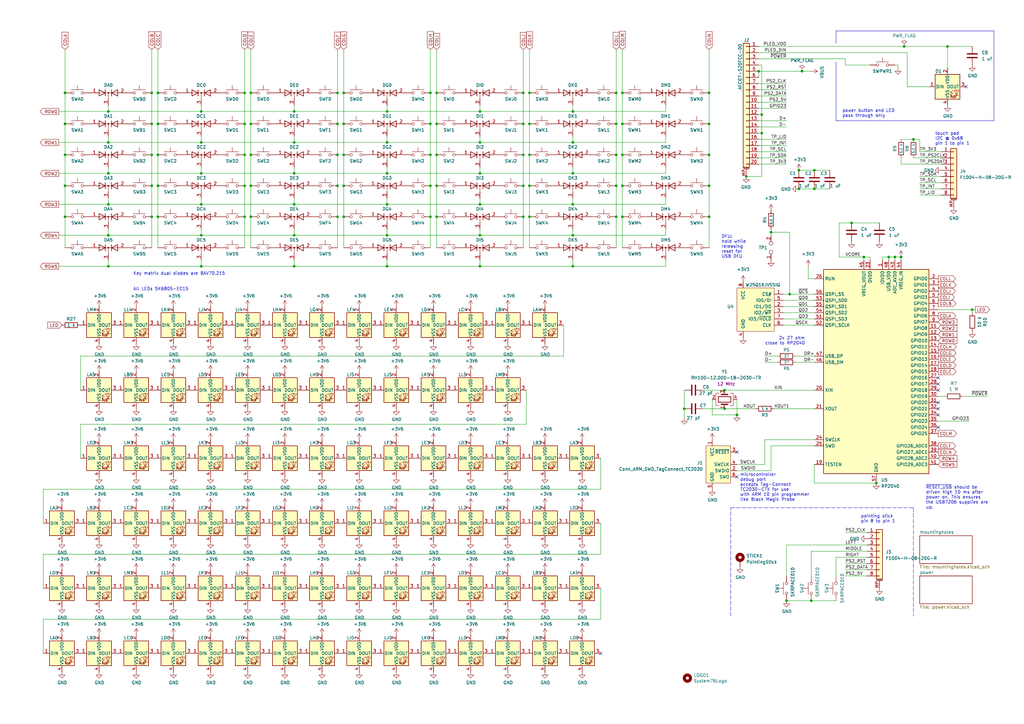
<source format=kicad_sch>
(kicad_sch (version 20230121) (generator eeschema)
  (paper "A3")
  (title_block (title "virgo-test-keyboard") (date "2023-05-30") (rev "0.2") (company "System76"))
  (junction (at 102.87 76.2))
  (junction (at 302.26 170.18))
  (junction (at 332.74 246.38))
  (junction (at 312.42 54.61))
  (junction (at 158.75 109.22))
  (junction (at 120.65 83.82))
  (junction (at 62.23 38.1))
  (junction (at 120.65 109.22))
  (junction (at 120.65 45.72))
  (junction (at 252.73 38.1))
  (junction (at 196.85 71.12))
  (junction (at 328.93 29.21))
  (junction (at 252.73 76.2))
  (junction (at 44.45 58.42))
  (junction (at 140.97 76.2))
  (junction (at 64.77 88.9))
  (junction (at 176.53 88.9))
  (junction (at 322.58 246.38))
  (junction (at 349.25 91.44))
  (junction (at 311.15 29.21))
  (junction (at 255.27 50.8))
  (junction (at 364.49 105.41))
  (junction (at 327.66 77.47))
  (junction (at 138.43 88.9))
  (junction (at 176.53 63.5))
  (junction (at 140.97 50.8))
  (junction (at 138.43 76.2))
  (junction (at 297.18 160.02))
  (junction (at 100.33 76.2))
  (junction (at 290.83 38.1))
  (junction (at 158.75 83.82))
  (junction (at 44.45 109.22))
  (junction (at 306.07 72.39))
  (junction (at 82.55 45.72))
  (junction (at 234.95 71.12))
  (junction (at 327.66 69.85))
  (junction (at 64.77 76.2))
  (junction (at 179.07 63.5))
  (junction (at 234.95 45.72))
  (junction (at 367.03 105.41))
  (junction (at 196.85 45.72))
  (junction (at 214.63 63.5))
  (junction (at 354.33 105.41))
  (junction (at 158.75 45.72))
  (junction (at 82.55 109.22))
  (junction (at 158.75 96.52))
  (junction (at 176.53 38.1))
  (junction (at 217.17 50.8))
  (junction (at 234.95 96.52))
  (junction (at 217.17 38.1))
  (junction (at 82.55 58.42))
  (junction (at 44.45 83.82))
  (junction (at 176.53 76.2))
  (junction (at 179.07 38.1))
  (junction (at 140.97 63.5))
  (junction (at 214.63 38.1))
  (junction (at 64.77 38.1))
  (junction (at 140.97 38.1))
  (junction (at 120.65 96.52))
  (junction (at 26.67 50.8))
  (junction (at 388.62 19.05))
  (junction (at 255.27 88.9))
  (junction (at 62.23 76.2))
  (junction (at 214.63 50.8))
  (junction (at 234.95 109.22))
  (junction (at 100.33 88.9))
  (junction (at 100.33 38.1))
  (junction (at 140.97 88.9))
  (junction (at 26.67 63.5))
  (junction (at 290.83 63.5))
  (junction (at 359.41 198.12))
  (junction (at 176.53 50.8))
  (junction (at 398.78 127))
  (junction (at 179.07 76.2))
  (junction (at 100.33 50.8))
  (junction (at 82.55 83.82))
  (junction (at 44.45 96.52))
  (junction (at 290.83 76.2))
  (junction (at 214.63 88.9))
  (junction (at 102.87 38.1))
  (junction (at 255.27 63.5))
  (junction (at 196.85 109.22))
  (junction (at 120.65 71.12))
  (junction (at 179.07 88.9))
  (junction (at 82.55 71.12))
  (junction (at 44.45 45.72))
  (junction (at 290.83 50.8))
  (junction (at 312.42 46.99))
  (junction (at 62.23 63.5))
  (junction (at 158.75 71.12))
  (junction (at 214.63 76.2))
  (junction (at 334.01 69.85))
  (junction (at 26.67 38.1))
  (junction (at 64.77 63.5))
  (junction (at 217.17 76.2))
  (junction (at 62.23 50.8))
  (junction (at 26.67 88.9))
  (junction (at 44.45 71.12))
  (junction (at 297.18 167.64))
  (junction (at 252.73 88.9))
  (junction (at 217.17 63.5))
  (junction (at 217.17 88.9))
  (junction (at 138.43 50.8))
  (junction (at 370.84 19.05))
  (junction (at 290.83 88.9))
  (junction (at 234.95 83.82))
  (junction (at 334.01 77.47))
  (junction (at 62.23 88.9))
  (junction (at 374.65 57.15))
  (junction (at 100.33 63.5))
  (junction (at 26.67 76.2))
  (junction (at 158.75 58.42))
  (junction (at 255.27 76.2))
  (junction (at 120.65 58.42))
  (junction (at 323.85 120.65))
  (junction (at 252.73 50.8))
  (junction (at 280.67 167.64))
  (junction (at 196.85 96.52))
  (junction (at 196.85 83.82))
  (junction (at 255.27 38.1))
  (junction (at 234.95 58.42))
  (junction (at 138.43 63.5))
  (junction (at 102.87 63.5))
  (junction (at 252.73 63.5))
  (junction (at 369.57 105.41))
  (junction (at 82.55 96.52))
  (junction (at 102.87 50.8))
  (junction (at 102.87 88.9))
  (junction (at 64.77 50.8))
  (junction (at 316.23 95.25))
  (junction (at 196.85 58.42))
  (junction (at 179.07 50.8))
  (junction (at 138.43 38.1))
  (no_connect (at 384.81 157.48))
  (no_connect (at 384.81 170.18))
  (no_connect (at 384.81 165.1))
  (no_connect (at 302.26 185.42))
  (no_connect (at 302.26 195.58))
  (no_connect (at 384.81 160.02))
  (no_connect (at 384.81 167.64))
  (no_connect (at 246.38 267.97))
  (no_connect (at 384.81 175.26))
  (no_connect (at 396.24 35.56))
  (no_connect (at 384.81 154.94))
  (wire (pts (xy 388.62 19.05) (xy 388.62 27.94)))
  (wire (pts (xy 290.83 50.8) (xy 290.83 63.5)))
  (wire (pts (xy 318.77 146.05) (xy 313.69 146.05)))
  (wire (pts (xy 340.36 77.47) (xy 334.01 77.47)))
  (wire (pts (xy 394.97 162.56) (xy 405.13 162.56)))
  (wire (pts (xy 120.65 96.52) (xy 158.75 96.52)))
  (wire (pts (xy 24.13 45.72) (xy 44.45 45.72)))
  (wire (pts (xy 316.23 182.88) (xy 316.23 193.04)))
  (wire (pts (xy 140.97 88.9) (xy 140.97 101.6)))
  (wire (pts (xy 100.33 76.2) (xy 100.33 88.9)))
  (wire (pts (xy 217.17 88.9) (xy 217.17 101.6)))
  (wire (pts (xy 369.57 67.31) (xy 386.08 67.31)))
  (wire (pts (xy 252.73 63.5) (xy 252.73 76.2)))
  (wire (pts (xy 369.57 64.77) (xy 369.57 67.31)))
  (wire (pts (xy 342.9 228.6) (xy 355.6 228.6)))
  (wire (pts (xy 64.77 76.2) (xy 64.77 88.9)))
  (wire (pts (xy 297.18 160.02) (xy 334.01 160.02)))
  (wire (pts (xy 346.71 231.14) (xy 355.6 231.14)))
  (polyline (pts (xy 374.65 208.28) (xy 374.65 252.73)) (stroke (width 0) (type dash)))
  (wire (pts (xy 398.78 128.27) (xy 398.78 127)))
  (wire (pts (xy 100.33 63.5) (xy 100.33 76.2)))
  (wire (pts (xy 369.57 106.68) (xy 369.57 105.41)))
  (wire (pts (xy 24.13 83.82) (xy 44.45 83.82)))
  (wire (pts (xy 138.43 20.32) (xy 138.43 38.1)))
  (wire (pts (xy 44.45 68.58) (xy 44.45 71.12)))
  (wire (pts (xy 44.45 55.88) (xy 44.45 58.42)))
  (wire (pts (xy 317.5 167.64) (xy 334.01 167.64)))
  (wire (pts (xy 318.77 148.59) (xy 313.69 148.59)))
  (wire (pts (xy 33.02 187.96) (xy 33.02 173.99)))
  (wire (pts (xy 280.67 167.64) (xy 280.67 171.45)))
  (wire (pts (xy 102.87 20.32) (xy 102.87 38.1)))
  (wire (pts (xy 292.1 163.83) (xy 292.1 170.18)))
  (wire (pts (xy 323.85 120.65) (xy 323.85 95.25)))
  (wire (pts (xy 297.18 167.64) (xy 309.88 167.64)))
  (wire (pts (xy 102.87 76.2) (xy 102.87 88.9)))
  (wire (pts (xy 273.05 96.52) (xy 273.05 93.98)))
  (wire (pts (xy 334.01 128.27) (xy 321.31 128.27)))
  (wire (pts (xy 234.95 106.68) (xy 234.95 109.22)))
  (wire (pts (xy 82.55 55.88) (xy 82.55 58.42)))
  (wire (pts (xy 334.01 198.12) (xy 359.41 198.12)))
  (wire (pts (xy 313.69 180.34) (xy 334.01 180.34)))
  (wire (pts (xy 176.53 38.1) (xy 176.53 50.8)))
  (wire (pts (xy 62.23 63.5) (xy 62.23 50.8)))
  (wire (pts (xy 288.29 167.64) (xy 297.18 167.64)))
  (wire (pts (xy 316.23 182.88) (xy 334.01 182.88)))
  (wire (pts (xy 138.43 38.1) (xy 138.43 50.8)))
  (wire (pts (xy 140.97 76.2) (xy 140.97 88.9)))
  (wire (pts (xy 311.15 41.91) (xy 322.58 41.91)))
  (wire (pts (xy 196.85 96.52) (xy 158.75 96.52)))
  (wire (pts (xy 196.85 109.22) (xy 234.95 109.22)))
  (wire (pts (xy 234.95 68.58) (xy 234.95 71.12)))
  (wire (pts (xy 311.15 29.21) (xy 311.15 31.75)))
  (wire (pts (xy 334.01 148.59) (xy 326.39 148.59)))
  (wire (pts (xy 231.14 146.05) (xy 231.14 133.35)))
  (wire (pts (xy 255.27 63.5) (xy 255.27 76.2)))
  (wire (pts (xy 368.3 26.67) (xy 368.3 27.94)))
  (wire (pts (xy 273.05 83.82) (xy 273.05 81.28)))
  (wire (pts (xy 179.07 76.2) (xy 179.07 88.9)))
  (wire (pts (xy 322.58 59.69) (xy 311.15 59.69)))
  (wire (pts (xy 82.55 45.72) (xy 120.65 45.72)))
  (wire (pts (xy 214.63 20.32) (xy 214.63 38.1)))
  (wire (pts (xy 158.75 109.22) (xy 158.75 106.68)))
  (wire (pts (xy 214.63 76.2) (xy 214.63 88.9)))
  (wire (pts (xy 140.97 38.1) (xy 140.97 50.8)))
  (wire (pts (xy 196.85 68.58) (xy 196.85 71.12)))
  (wire (pts (xy 311.15 52.07) (xy 322.58 52.07)))
  (wire (pts (xy 82.55 71.12) (xy 120.65 71.12)))
  (wire (pts (xy 215.9 173.99) (xy 215.9 160.02)))
  (wire (pts (xy 100.33 38.1) (xy 100.33 50.8)))
  (polyline (pts (xy 299.72 252.73) (xy 299.72 208.28)) (stroke (width 0) (type dash)))
  (wire (pts (xy 311.15 29.21) (xy 328.93 29.21)))
  (wire (pts (xy 323.85 120.65) (xy 321.31 120.65)))
  (wire (pts (xy 252.73 50.8) (xy 252.73 63.5)))
  (wire (pts (xy 322.58 223.52) (xy 355.6 223.52)))
  (wire (pts (xy 44.45 83.82) (xy 82.55 83.82)))
  (wire (pts (xy 179.07 38.1) (xy 179.07 50.8)))
  (wire (pts (xy 334.01 77.47) (xy 327.66 77.47)))
  (wire (pts (xy 26.67 20.32) (xy 26.67 38.1)))
  (wire (pts (xy 158.75 71.12) (xy 158.75 68.58)))
  (wire (pts (xy 196.85 109.22) (xy 158.75 109.22)))
  (wire (pts (xy 292.1 170.18) (xy 302.26 170.18)))
  (wire (pts (xy 44.45 106.68) (xy 44.45 109.22)))
  (wire (pts (xy 346.71 233.68) (xy 355.6 233.68)))
  (wire (pts (xy 316.23 95.25) (xy 316.23 96.52)))
  (wire (pts (xy 17.78 214.63) (xy 17.78 200.66)))
  (wire (pts (xy 367.03 26.67) (xy 368.3 26.67)))
  (wire (pts (xy 82.55 58.42) (xy 120.65 58.42)))
  (wire (pts (xy 158.75 45.72) (xy 158.75 43.18)))
  (wire (pts (xy 384.81 162.56) (xy 387.35 162.56)))
  (wire (pts (xy 255.27 88.9) (xy 255.27 101.6)))
  (wire (pts (xy 234.95 55.88) (xy 234.95 58.42)))
  (wire (pts (xy 322.58 236.22) (xy 322.58 223.52)))
  (wire (pts (xy 179.07 20.32) (xy 179.07 38.1)))
  (wire (pts (xy 334.01 114.3) (xy 331.47 114.3)))
  (wire (pts (xy 331.47 114.3) (xy 331.47 109.22)))
  (wire (pts (xy 17.78 267.97) (xy 17.78 254)))
  (wire (pts (xy 196.85 96.52) (xy 234.95 96.52)))
  (wire (pts (xy 138.43 63.5) (xy 138.43 76.2)))
  (wire (pts (xy 323.85 120.65) (xy 334.01 120.65)))
  (wire (pts (xy 82.55 106.68) (xy 82.55 109.22)))
  (wire (pts (xy 361.95 106.68) (xy 361.95 105.41)))
  (wire (pts (xy 24.13 96.52) (xy 44.45 96.52)))
  (wire (pts (xy 372.11 35.56) (xy 381 35.56)))
  (wire (pts (xy 290.83 20.32) (xy 290.83 38.1)))
  (wire (pts (xy 290.83 88.9) (xy 290.83 101.6)))
  (wire (pts (xy 214.63 63.5) (xy 214.63 76.2)))
  (wire (pts (xy 120.65 43.18) (xy 120.65 45.72)))
  (wire (pts (xy 196.85 81.28) (xy 196.85 83.82)))
  (wire (pts (xy 397.51 172.72) (xy 384.81 172.72)))
  (wire (pts (xy 374.65 64.77) (xy 386.08 64.77)))
  (wire (pts (xy 312.42 26.67) (xy 312.42 46.99)))
  (wire (pts (xy 62.23 20.32) (xy 62.23 38.1)))
  (wire (pts (xy 311.15 39.37) (xy 322.58 39.37)))
  (wire (pts (xy 334.01 190.5) (xy 334.01 198.12)))
  (wire (pts (xy 102.87 63.5) (xy 102.87 76.2)))
  (wire (pts (xy 364.49 105.41) (xy 367.03 105.41)))
  (wire (pts (xy 44.45 93.98) (xy 44.45 96.52)))
  (wire (pts (xy 44.45 109.22) (xy 82.55 109.22)))
  (wire (pts (xy 234.95 45.72) (xy 273.05 45.72)))
  (wire (pts (xy 322.58 57.15) (xy 311.15 57.15)))
  (wire (pts (xy 214.63 50.8) (xy 214.63 63.5)))
  (wire (pts (xy 120.65 106.68) (xy 120.65 109.22)))
  (wire (pts (xy 290.83 38.1) (xy 290.83 50.8)))
  (wire (pts (xy 311.15 49.53) (xy 322.58 49.53)))
  (wire (pts (xy 234.95 93.98) (xy 234.95 96.52)))
  (wire (pts (xy 234.95 109.22) (xy 273.05 109.22)))
  (wire (pts (xy 234.95 83.82) (xy 273.05 83.82)))
  (wire (pts (xy 344.17 91.44) (xy 344.17 105.41)))
  (wire (pts (xy 313.69 180.34) (xy 313.69 190.5)))
  (wire (pts (xy 100.33 20.32) (xy 100.33 38.1)))
  (wire (pts (xy 196.85 45.72) (xy 158.75 45.72)))
  (wire (pts (xy 64.77 50.8) (xy 64.77 63.5)))
  (wire (pts (xy 312.42 54.61) (xy 312.42 72.39)))
  (wire (pts (xy 252.73 20.32) (xy 252.73 38.1)))
  (wire (pts (xy 360.68 91.44) (xy 349.25 91.44)))
  (wire (pts (xy 62.23 63.5) (xy 62.23 76.2)))
  (polyline (pts (xy 342.9 25.4) (xy 342.9 49.53)))
  (wire (pts (xy 196.85 45.72) (xy 234.95 45.72)))
  (wire (pts (xy 138.43 50.8) (xy 138.43 63.5)))
  (wire (pts (xy 179.07 63.5) (xy 179.07 76.2)))
  (wire (pts (xy 176.53 88.9) (xy 176.53 101.6)))
  (wire (pts (xy 176.53 20.32) (xy 176.53 38.1)))
  (wire (pts (xy 369.57 57.15) (xy 374.65 57.15)))
  (wire (pts (xy 255.27 38.1) (xy 255.27 50.8)))
  (wire (pts (xy 302.26 193.04) (xy 316.23 193.04)))
  (wire (pts (xy 44.45 71.12) (xy 82.55 71.12)))
  (wire (pts (xy 217.17 63.5) (xy 217.17 76.2)))
  (wire (pts (xy 323.85 95.25) (xy 316.23 95.25)))
  (wire (pts (xy 255.27 50.8) (xy 255.27 63.5)))
  (wire (pts (xy 64.77 63.5) (xy 64.77 76.2)))
  (wire (pts (xy 120.65 93.98) (xy 120.65 96.52)))
  (wire (pts (xy 44.45 58.42) (xy 82.55 58.42)))
  (wire (pts (xy 217.17 20.32) (xy 217.17 38.1)))
  (wire (pts (xy 62.23 88.9) (xy 62.23 101.6)))
  (wire (pts (xy 24.13 58.42) (xy 44.45 58.42)))
  (wire (pts (xy 322.58 67.31) (xy 311.15 67.31)))
  (wire (pts (xy 196.85 71.12) (xy 234.95 71.12)))
  (wire (pts (xy 64.77 38.1) (xy 64.77 50.8)))
  (wire (pts (xy 26.67 76.2) (xy 26.67 88.9)))
  (wire (pts (xy 62.23 38.1) (xy 62.23 50.8)))
  (wire (pts (xy 82.55 83.82) (xy 120.65 83.82)))
  (wire (pts (xy 334.01 69.85) (xy 327.66 69.85)))
  (wire (pts (xy 377.19 80.01) (xy 386.08 80.01)))
  (polyline (pts (xy 342.9 12.7) (xy 342.9 17.78)))
  (wire (pts (xy 231.14 146.05) (xy 33.02 146.05)))
  (wire (pts (xy 140.97 20.32) (xy 140.97 38.1)))
  (wire (pts (xy 196.85 83.82) (xy 158.75 83.82)))
  (wire (pts (xy 17.78 227.33) (xy 246.38 227.33)))
  (wire (pts (xy 179.07 50.8) (xy 179.07 63.5)))
  (wire (pts (xy 332.74 226.06) (xy 355.6 226.06)))
  (wire (pts (xy 82.55 93.98) (xy 82.55 96.52)))
  (wire (pts (xy 138.43 88.9) (xy 138.43 101.6)))
  (wire (pts (xy 384.81 127) (xy 398.78 127)))
  (wire (pts (xy 334.01 130.81) (xy 321.31 130.81)))
  (wire (pts (xy 44.45 43.18) (xy 44.45 45.72)))
  (wire (pts (xy 179.07 88.9) (xy 179.07 101.6)))
  (wire (pts (xy 322.58 64.77) (xy 311.15 64.77)))
  (wire (pts (xy 176.53 63.5) (xy 176.53 76.2)))
  (wire (pts (xy 344.17 105.41) (xy 354.33 105.41)))
  (wire (pts (xy 17.78 254) (xy 246.38 254)))
  (polyline (pts (xy 299.72 208.28) (xy 374.65 208.28)) (stroke (width 0) (type dash)))
  (wire (pts (xy 311.15 26.67) (xy 312.42 26.67)))
  (wire (pts (xy 214.63 38.1) (xy 214.63 50.8)))
  (wire (pts (xy 322.58 44.45) (xy 311.15 44.45)))
  (wire (pts (xy 398.78 127) (xy 400.05 127)))
  (wire (pts (xy 364.49 105.41) (xy 364.49 106.68)))
  (wire (pts (xy 252.73 38.1) (xy 252.73 50.8)))
  (wire (pts (xy 26.67 38.1) (xy 26.67 50.8)))
  (polyline (pts (xy 407.67 12.7) (xy 342.9 12.7)))
  (wire (pts (xy 158.75 58.42) (xy 158.75 55.88)))
  (wire (pts (xy 321.31 133.35) (xy 334.01 133.35)))
  (wire (pts (xy 138.43 76.2) (xy 138.43 88.9)))
  (wire (pts (xy 217.17 50.8) (xy 217.17 63.5)))
  (wire (pts (xy 377.19 77.47) (xy 386.08 77.47)))
  (wire (pts (xy 388.62 19.05) (xy 398.78 19.05)))
  (wire (pts (xy 316.23 93.98) (xy 316.23 95.25)))
  (wire (pts (xy 377.19 57.15) (xy 377.19 62.23)))
  (wire (pts (xy 311.15 24.13) (xy 346.71 24.13)))
  (wire (pts (xy 102.87 88.9) (xy 102.87 101.6)))
  (wire (pts (xy 255.27 76.2) (xy 255.27 88.9)))
  (wire (pts (xy 17.78 200.66) (xy 246.38 200.66)))
  (wire (pts (xy 196.85 106.68) (xy 196.85 109.22)))
  (wire (pts (xy 44.45 45.72) (xy 82.55 45.72)))
  (wire (pts (xy 311.15 36.83) (xy 322.58 36.83)))
  (wire (pts (xy 196.85 58.42) (xy 158.75 58.42)))
  (wire (pts (xy 377.19 62.23) (xy 386.08 62.23)))
  (wire (pts (xy 26.67 88.9) (xy 26.67 101.6)))
  (wire (pts (xy 140.97 50.8) (xy 140.97 63.5)))
  (wire (pts (xy 158.75 83.82) (xy 158.75 81.28)))
  (wire (pts (xy 374.65 57.15) (xy 377.19 57.15)))
  (wire (pts (xy 82.55 83.82) (xy 82.55 81.28)))
  (wire (pts (xy 196.85 93.98) (xy 196.85 96.52)))
  (wire (pts (xy 82.55 45.72) (xy 82.55 43.18)))
  (wire (pts (xy 354.33 105.41) (xy 354.33 106.68)))
  (wire (pts (xy 252.73 88.9) (xy 252.73 101.6)))
  (wire (pts (xy 196.85 43.18) (xy 196.85 45.72)))
  (wire (pts (xy 311.15 54.61) (xy 312.42 54.61)))
  (wire (pts (xy 255.27 20.32) (xy 255.27 38.1)))
  (wire (pts (xy 302.26 170.18) (xy 302.26 163.83)))
  (wire (pts (xy 26.67 63.5) (xy 26.67 76.2)))
  (wire (pts (xy 280.67 160.02) (xy 280.67 167.64)))
  (wire (pts (xy 120.65 71.12) (xy 158.75 71.12)))
  (wire (pts (xy 120.65 109.22) (xy 158.75 109.22)))
  (wire (pts (xy 100.33 88.9) (xy 100.33 101.6)))
  (wire (pts (xy 246.38 227.33) (xy 246.38 214.63)))
  (wire (pts (xy 311.15 34.29) (xy 322.58 34.29)))
  (wire (pts (xy 100.33 50.8) (xy 100.33 63.5)))
  (wire (pts (xy 322.58 246.38) (xy 332.74 246.38)))
  (wire (pts (xy 349.25 91.44) (xy 344.17 91.44)))
  (wire (pts (xy 334.01 123.19) (xy 321.31 123.19)))
  (wire (pts (xy 33.02 173.99) (xy 215.9 173.99)))
  (wire (pts (xy 311.15 21.59) (xy 372.11 21.59)))
  (wire (pts (xy 290.83 63.5) (xy 290.83 76.2)))
  (wire (pts (xy 290.83 76.2) (xy 290.83 88.9)))
  (wire (pts (xy 372.11 35.56) (xy 372.11 21.59)))
  (wire (pts (xy 120.65 83.82) (xy 158.75 83.82)))
  (wire (pts (xy 377.19 74.93) (xy 386.08 74.93)))
  (wire (pts (xy 246.38 254) (xy 246.38 241.3)))
  (wire (pts (xy 82.55 109.22) (xy 120.65 109.22)))
  (wire (pts (xy 82.55 68.58) (xy 82.55 71.12)))
  (wire (pts (xy 120.65 45.72) (xy 158.75 45.72)))
  (wire (pts (xy 246.38 200.66) (xy 246.38 187.96)))
  (wire (pts (xy 370.84 19.05) (xy 388.62 19.05)))
  (wire (pts (xy 62.23 76.2) (xy 62.23 88.9)))
  (wire (pts (xy 346.71 26.67) (xy 346.71 24.13)))
  (wire (pts (xy 332.74 246.38) (xy 342.9 246.38)))
  (wire (pts (xy 273.05 109.22) (xy 273.05 106.68)))
  (wire (pts (xy 33.02 146.05) (xy 33.02 160.02)))
  (wire (pts (xy 311.15 46.99) (xy 312.42 46.99)))
  (wire (pts (xy 44.45 81.28) (xy 44.45 83.82)))
  (wire (pts (xy 17.78 241.3) (xy 17.78 227.33)))
  (wire (pts (xy 196.85 58.42) (xy 234.95 58.42)))
  (wire (pts (xy 102.87 38.1) (xy 102.87 50.8)))
  (wire (pts (xy 120.65 55.88) (xy 120.65 58.42)))
  (wire (pts (xy 334.01 125.73) (xy 321.31 125.73)))
  (wire (pts (xy 356.87 105.41) (xy 354.33 105.41)))
  (wire (pts (xy 346.71 236.22) (xy 355.6 236.22)))
  (wire (pts (xy 234.95 71.12) (xy 273.05 71.12)))
  (wire (pts (xy 140.97 63.5) (xy 140.97 76.2)))
  (polyline (pts (xy 407.67 49.53) (xy 407.67 12.7)))
  (wire (pts (xy 214.63 88.9) (xy 214.63 101.6)))
  (wire (pts (xy 342.9 236.22) (xy 342.9 228.6)))
  (wire (pts (xy 367.03 105.41) (xy 369.57 105.41)))
  (wire (pts (xy 234.95 81.28) (xy 234.95 83.82)))
  (wire (pts (xy 334.01 146.05) (xy 326.39 146.05)))
  (wire (pts (xy 82.55 96.52) (xy 120.65 96.52)))
  (wire (pts (xy 102.87 50.8) (xy 102.87 63.5)))
  (wire (pts (xy 273.05 45.72) (xy 273.05 43.18)))
  (wire (pts (xy 312.42 46.99) (xy 312.42 54.61)))
  (wire (pts (xy 64.77 88.9) (xy 64.77 101.6)))
  (wire (pts (xy 332.74 236.22) (xy 332.74 226.06)))
  (wire (pts (xy 158.75 96.52) (xy 158.75 93.98)))
  (wire (pts (xy 234.95 58.42) (xy 273.05 58.42)))
  (wire (pts (xy 24.13 109.22) (xy 44.45 109.22)))
  (wire (pts (xy 361.95 105.41) (xy 364.49 105.41)))
  (wire (pts (xy 234.95 43.18) (xy 234.95 45.72)))
  (wire (pts (xy 120.65 81.28) (xy 120.65 83.82)))
  (wire (pts (xy 252.73 76.2) (xy 252.73 88.9)))
  (polyline (pts (xy 342.9 49.53) (xy 407.67 49.53)))
  (wire (pts (xy 196.85 83.82) (xy 234.95 83.82)))
  (wire (pts (xy 332.74 29.21) (xy 328.93 29.21)))
  (wire (pts (xy 196.85 71.12) (xy 158.75 71.12)))
  (wire (pts (xy 176.53 50.8) (xy 176.53 63.5)))
  (wire (pts (xy 26.67 50.8) (xy 26.67 63.5)))
  (wire (pts (xy 288.29 160.02) (xy 297.18 160.02)))
  (wire (pts (xy 346.71 218.44) (xy 355.6 218.44)))
  (wire (pts (xy 273.05 58.42) (xy 273.05 55.88)))
  (wire (pts (xy 217.17 38.1) (xy 217.17 50.8)))
  (wire (pts (xy 322.58 62.23) (xy 311.15 62.23)))
  (wire (pts (xy 306.07 72.39) (xy 312.42 72.39)))
  (wire (pts (xy 120.65 58.42) (xy 158.75 58.42)))
  (wire (pts (xy 302.26 190.5) (xy 313.69 190.5)))
  (wire (pts (xy 273.05 71.12) (xy 273.05 68.58)))
  (wire (pts (xy 340.36 69.85) (xy 334.01 69.85)))
  (wire (pts (xy 367.03 106.68) (xy 367.03 105.41)))
  (wire (pts (xy 377.19 72.39) (xy 386.08 72.39)))
  (wire (pts (xy 356.87 26.67) (xy 346.71 26.67)))
  (wire (pts (xy 176.53 76.2) (xy 176.53 88.9)))
  (wire (pts (xy 120.65 68.58) (xy 120.65 71.12)))
  (wire (pts (xy 24.13 71.12) (xy 44.45 71.12)))
  (wire (pts (xy 217.17 76.2) (xy 217.17 88.9)))
  (wire (pts (xy 196.85 55.88) (xy 196.85 58.42)))
  (wire (pts (xy 234.95 96.52) (xy 273.05 96.52)))
  (wire (pts (xy 356.87 106.68) (xy 356.87 105.41)))
  (wire (pts (xy 64.77 20.32) (xy 64.77 38.1)))
  (wire (pts (xy 311.15 19.05) (xy 370.84 19.05)))
  (wire (pts (xy 44.45 96.52) (xy 82.55 96.52)))
  (text "~{RESET_USB} should be\ndriven high 10 ms after\npower on. This ensures\nthe USB7206 supplies are\nup." (at 379.73 208.915 0) (effects (font (size 1.27 1.27)) (justify left bottom)))
  (text "microcontroller\ndebug port\naccepts Tag-Connect\nTC2030-CTX for use\nwith ARM 10 pin programmer\nlike Black Magic Probe" (at 303.53 205.74 0) (effects (font (size 1.27 1.27)) (justify left bottom)))
  (text "Key matrix dual diodes are BAV70,215" (at 54.61 113.03 0) (effects (font (size 1.27 1.27)) (justify left bottom)))
  (text "2x 27 ohm\nclose to RP2040" (at 330.2 141.605 0) (effects (font (size 1.27 1.27)) (justify right bottom)))
  (text "All LEDs SK6805-EC15" (at 54.61 119.38 0) (effects (font (size 1.27 1.27)) (justify left bottom)))
  (text "pointing stick\npin 8 to pin 1" (at 353.06 214.63 0) (effects (font (size 1.27 1.27)) (justify left bottom)))
  (text "power button and LED\npass through only" (at 345.44 48.26 0) (effects (font (size 1.27 1.27)) (justify left bottom)))
  (text "DFU:\nhold while\nreleasing\nreset for\nUSB DFU" (at 295.91 106.045 0) (effects (font (size 1.27 1.27)) (justify left bottom)))
  (text "touch pad\nI2C @ 0x68\npin 1 to pin 1" (at 383.54 59.69 0) (effects (font (size 1.27 1.27)) (justify left bottom)))
  (label "TP_3V3" (at 377.19 62.23 0))
  (label "D-" (at 313.69 148.59 0))
  (label "~{QCS}" (at 331.47 120.65 180))
  (label "QSCK" (at 331.47 133.35 180))
  (label "PS2_CLK" (at 346.71 218.44 0))
  (label "GPIO23" (at 397.51 172.72 180))
  (label "QD0" (at 331.47 123.19 180))
  (label "QD2" (at 331.47 128.27 180))
  (label "PLED_DIN" (at 322.58 21.59 180))
  (label "D+" (at 313.69 146.05 0))
  (label "TP_SCL" (at 322.58 62.23 180))
  (label "D-" (at 322.58 52.07 180))
  (label "PLED_VDD" (at 322.58 19.05 180))
  (label "GPIO23" (at 322.58 44.45 180))
  (label "TP_LID" (at 322.58 57.15 180))
  (label "PS2_5V" (at 322.58 41.91 180))
  (label "QD3" (at 331.47 130.81 180))
  (label "TP_SCL" (at 377.19 74.93 0))
  (label "RIGHT" (at 346.71 228.6 0))
  (label "D+" (at 322.58 49.53 180))
  (label "~{POWER}" (at 322.58 24.13 180))
  (label "TP_PS2CLK" (at 377.19 64.77 0))
  (label "PS2_RST" (at 346.71 231.14 0))
  (label "TP_INT" (at 377.19 77.47 0))
  (label "XOUT1" (at 317.5 167.64 0))
  (label "XIN" (at 317.5 160.02 0))
  (label "DR+" (at 334.01 146.05 180))
  (label "TP_SDA" (at 377.19 72.39 0))
  (label "TP_LID" (at 377.19 80.01 0))
  (label "XOUT" (at 304.8 167.64 0))
  (label "TP_INT" (at 322.58 59.69 180))
  (label "SWCLK" (at 309.88 190.5 180))
  (label "MIDDLE" (at 346.71 226.06 0))
  (label "PS2_CLK" (at 322.58 34.29 180))
  (label "~{POWER}" (at 405.13 162.56 180))
  (label "LEFT" (at 346.71 223.52 0))
  (label "TP_3V3" (at 322.58 67.31 180))
  (label "VCORE" (at 346.71 105.41 0))
  (label "QD1" (at 331.47 125.73 180))
  (label "TP_PS2DAT" (at 377.19 67.31 0))
  (label "DR-" (at 334.01 148.59 180))
  (label "PS2_RST" (at 322.58 36.83 180))
  (label "SWDIO" (at 309.88 193.04 180))
  (label "PS2_DATA" (at 346.71 233.68 0))
  (label "TP_SDA" (at 322.58 64.77 180))
  (label "PS2_5V" (at 346.71 236.22 0))
  (label "PS2_DATA" (at 322.58 39.37 180))
  (global_label "COLL" (shape output) (at 384.81 114.3 0) (property "Intersheetrefs" "${INTERSHEET_REFS}" (effects hide)))
  (global_label "COLN" (shape input) (at 290.83 20.32 90) (property "Intersheetrefs" "${INTERSHEET_REFS}" (effects hide)))
  (global_label "LED" (shape output) (at 400.05 127 0) (property "Intersheetrefs" "${INTERSHEET_REFS}" (effects hide)))
  (global_label "ROW0" (shape input) (at 384.81 139.7 0) (property "Intersheetrefs" "${INTERSHEET_REFS}" (effects hide)))
  (global_label "LED" (shape input) (at 25.4 133.35 180) (property "Intersheetrefs" "${INTERSHEET_REFS}" (effects hide)))
  (global_label "COLJ" (shape output) (at 384.81 119.38 0) (property "Intersheetrefs" "${INTERSHEET_REFS}" (effects hide)))
  (global_label "ROW0" (shape output) (at 24.13 45.72 180) (property "Intersheetrefs" "${INTERSHEET_REFS}" (effects hide)))
  (global_label "COLL" (shape input) (at 252.73 20.32 90) (property "Intersheetrefs" "${INTERSHEET_REFS}" (effects hide)))
  (global_label "ROW5" (shape output) (at 24.13 109.22 180) (property "Intersheetrefs" "${INTERSHEET_REFS}" (effects hide)))
  (global_label "ROW1" (shape output) (at 24.13 58.42 180) (property "Intersheetrefs" "${INTERSHEET_REFS}" (effects hide)))
  (global_label "ROW4" (shape input) (at 384.81 187.96 0) (property "Intersheetrefs" "${INTERSHEET_REFS}" (effects hide)))
  (global_label "COLI" (shape output) (at 384.81 121.92 0) (property "Intersheetrefs" "${INTERSHEET_REFS}" (effects hide)))
  (global_label "COLK" (shape output) (at 384.81 116.84 0) (property "Intersheetrefs" "${INTERSHEET_REFS}" (effects hide)))
  (global_label "COLM" (shape input) (at 255.27 20.32 90) (property "Intersheetrefs" "${INTERSHEET_REFS}" (effects hide)))
  (global_label "COLB" (shape output) (at 384.81 124.46 0) (property "Intersheetrefs" "${INTERSHEET_REFS}" (effects hide)))
  (global_label "ROW2" (shape input) (at 384.81 134.62 0) (property "Intersheetrefs" "${INTERSHEET_REFS}" (effects hide)))
  (global_label "COLK" (shape input) (at 217.17 20.32 90) (property "Intersheetrefs" "${INTERSHEET_REFS}" (effects hide)))
  (global_label "COLF" (shape output) (at 384.81 182.88 0) (property "Intersheetrefs" "${INTERSHEET_REFS}" (effects hide)))
  (global_label "COLE" (shape output) (at 384.81 147.32 0) (property "Intersheetrefs" "${INTERSHEET_REFS}" (effects hide)))
  (global_label "COLM" (shape output) (at 384.81 177.8 0) (property "Intersheetrefs" "${INTERSHEET_REFS}" (effects hide)))
  (global_label "COLC" (shape input) (at 64.77 20.32 90) (property "Intersheetrefs" "${INTERSHEET_REFS}" (effects hide)))
  (global_label "ROW2" (shape output) (at 24.13 71.12 180) (property "Intersheetrefs" "${INTERSHEET_REFS}" (effects hide)))
  (global_label "COLA" (shape output) (at 384.81 129.54 0) (property "Intersheetrefs" "${INTERSHEET_REFS}" (effects hide)))
  (global_label "ROW3" (shape output) (at 24.13 83.82 180) (property "Intersheetrefs" "${INTERSHEET_REFS}" (effects hide)))
  (global_label "ROW1" (shape input) (at 384.81 137.16 0) (property "Intersheetrefs" "${INTERSHEET_REFS}" (effects hide)))
  (global_label "COLJ" (shape input) (at 214.63 20.32 90) (property "Intersheetrefs" "${INTERSHEET_REFS}" (effects hide)))
  (global_label "COLN" (shape output) (at 384.81 185.42 0) (property "Intersheetrefs" "${INTERSHEET_REFS}" (effects hide)))
  (global_label "COLI" (shape input) (at 179.07 20.32 90) (property "Intersheetrefs" "${INTERSHEET_REFS}" (effects hide)))
  (global_label "ROW5" (shape input) (at 384.81 190.5 0) (property "Intersheetrefs" "${INTERSHEET_REFS}" (effects hide)))
  (global_label "COLC" (shape output) (at 384.81 152.4 0) (property "Intersheetrefs" "${INTERSHEET_REFS}" (effects hide)))
  (global_label "ROW4" (shape output) (at 24.13 96.52 180) (property "Intersheetrefs" "${INTERSHEET_REFS}" (effects hide)))
  (global_label "COLD" (shape output) (at 384.81 149.86 0) (property "Intersheetrefs" "${INTERSHEET_REFS}" (effects hide)))
  (global_label "COLG" (shape input) (at 140.97 20.32 90) (property "Intersheetrefs" "${INTERSHEET_REFS}" (effects hide)))
  (global_label "COLA" (shape input) (at 26.67 20.32 90) (property "Intersheetrefs" "${INTERSHEET_REFS}" (effects hide)))
  (global_label "COLH" (shape output) (at 384.81 142.24 0) (property "Intersheetrefs" "${INTERSHEET_REFS}" (effects hide)))
  (global_label "ROW3" (shape input) (at 384.81 132.08 0) (property "Intersheetrefs" "${INTERSHEET_REFS}" (effects hide)))
  (global_label "COLF" (shape input) (at 138.43 20.32 90) (property "Intersheetrefs" "${INTERSHEET_REFS}" (effects hide)))
  (global_label "COLE" (shape input) (at 102.87 20.32 90) (property "Intersheetrefs" "${INTERSHEET_REFS}" (effects hide)))
  (global_label "COLD" (shape input) (at 100.33 20.32 90) (property "Intersheetrefs" "${INTERSHEET_REFS}" (effects hide)))
  (global_label "COLH" (shape input) (at 176.53 20.32 90) (property "Intersheetrefs" "${INTERSHEET_REFS}" (effects hide)))
  (global_label "COLG" (shape output) (at 384.81 144.78 0) (property "Intersheetrefs" "${INTERSHEET_REFS}" (effects hide)))
  (global_label "COLB" (shape input) (at 62.23 20.32 90) (property "Intersheetrefs" "${INTERSHEET_REFS}" (effects hide)))
  (symbol (lib_id "Switch:SW_Push") (at 31.75 38.1 0) (unit 1)
    (property "Reference" "SWA0" (at 31.75 40.64 0))
    (property "Value" "CPG142501D02" (effects hide))
    (property "Footprint" "kailh-pg1425-x-switch:Kailh-PG1425-X-Switch" (effects hide))
    (property "Manufacturer" "Kailh" (effects hide))
  )
  (symbol (lib_id "Switch:SW_Push") (at 57.15 38.1 0) (mirror y) (unit 1)
    (property "Reference" "SWB0" (at 57.15 40.64 0))
    (property "Value" "CPG142501D02" (effects hide))
    (property "Footprint" "kailh-pg1425-x-switch:Kailh-PG1425-X-Switch" (effects hide))
    (property "Manufacturer" "Kailh" (effects hide))
  )
  (symbol (lib_id "Switch:SW_Push") (at 69.85 38.1 0) (unit 1)
    (property "Reference" "SWC0" (at 69.85 40.64 0))
    (property "Value" "CPG142501D02" (effects hide))
    (property "Footprint" "kailh-pg1425-x-switch:Kailh-PG1425-X-Switch" (effects hide))
    (property "Manufacturer" "Kailh" (effects hide))
  )
  (symbol (lib_id "Switch:SW_Push") (at 95.25 38.1 0) (mirror y) (unit 1)
    (property "Reference" "SWD0" (at 95.25 40.64 0))
    (property "Value" "CPG142501D02" (effects hide))
    (property "Footprint" "kailh-pg1425-x-switch:Kailh-PG1425-X-Switch" (effects hide))
    (property "Manufacturer" "Kailh" (effects hide))
  )
  (symbol (lib_id "Switch:SW_Push") (at 107.95 38.1 0) (unit 1)
    (property "Reference" "SWE0" (at 107.95 40.64 0))
    (property "Value" "CPG142501D02" (effects hide))
    (property "Footprint" "kailh-pg1425-x-switch:Kailh-PG1425-X-Switch" (effects hide))
    (property "Manufacturer" "Kailh" (effects hide))
  )
  (symbol (lib_id "Switch:SW_Push") (at 133.35 38.1 0) (mirror y) (unit 1)
    (property "Reference" "SWF0" (at 133.35 40.64 0))
    (property "Value" "CPG142501D02" (effects hide))
    (property "Footprint" "kailh-pg1425-x-switch:Kailh-PG1425-X-Switch" (effects hide))
    (property "Manufacturer" "Kailh" (effects hide))
  )
  (symbol (lib_id "Switch:SW_Push") (at 146.05 38.1 0) (unit 1)
    (property "Reference" "SWG0" (at 146.05 40.64 0))
    (property "Value" "CPG142501D02" (effects hide))
    (property "Footprint" "kailh-pg1425-x-switch:Kailh-PG1425-X-Switch" (effects hide))
    (property "Manufacturer" "Kailh" (effects hide))
  )
  (symbol (lib_id "Switch:SW_Push") (at 171.45 38.1 0) (mirror y) (unit 1)
    (property "Reference" "SWH0" (at 171.45 40.64 0))
    (property "Value" "CPG142501D02" (effects hide))
    (property "Footprint" "kailh-pg1425-x-switch:Kailh-PG1425-X-Switch" (effects hide))
    (property "Manufacturer" "Kailh" (effects hide))
  )
  (symbol (lib_id "Switch:SW_Push") (at 184.15 38.1 0) (unit 1)
    (property "Reference" "SWI0" (at 184.15 40.64 0))
    (property "Value" "CPG142501D02" (effects hide))
    (property "Footprint" "kailh-pg1425-x-switch:Kailh-PG1425-X-Switch" (effects hide))
    (property "Manufacturer" "Kailh" (effects hide))
  )
  (symbol (lib_id "Switch:SW_Push") (at 209.55 38.1 0) (mirror y) (unit 1)
    (property "Reference" "SWJ0" (at 209.55 40.64 0))
    (property "Value" "CPG142501D02" (effects hide))
    (property "Footprint" "kailh-pg1425-x-switch:Kailh-PG1425-X-Switch" (effects hide))
    (property "Manufacturer" "Kailh" (effects hide))
  )
  (symbol (lib_id "Switch:SW_Push") (at 222.25 38.1 0) (unit 1)
    (property "Reference" "SWK0" (at 222.25 40.64 0))
    (property "Value" "CPG142501D02" (effects hide))
    (property "Footprint" "kailh-pg1425-x-switch:Kailh-PG1425-X-Switch" (effects hide))
    (property "Manufacturer" "Kailh" (effects hide))
  )
  (symbol (lib_id "Switch:SW_Push") (at 247.65 38.1 0) (mirror y) (unit 1)
    (property "Reference" "SWL0" (at 247.65 40.64 0))
    (property "Value" "CPG142501D02" (effects hide))
    (property "Footprint" "kailh-pg1425-x-switch:Kailh-PG1425-X-Switch" (effects hide))
    (property "Manufacturer" "Kailh" (effects hide))
  )
  (symbol (lib_id "Switch:SW_Push") (at 260.35 38.1 0) (unit 1)
    (property "Reference" "SWM0" (at 260.35 40.64 0))
    (property "Value" "CPG142501D02" (effects hide))
    (property "Footprint" "kailh-pg1425-x-switch:Kailh-PG1425-X-Switch" (effects hide))
    (property "Manufacturer" "Kailh" (effects hide))
  )
  (symbol (lib_id "Switch:SW_Push") (at 285.75 38.1 0) (mirror y) (unit 1)
    (property "Reference" "SWN0" (at 285.75 40.64 0))
    (property "Value" "CPG142501D02" (effects hide))
    (property "Footprint" "kailh-pg1425-x-switch:Kailh-PG1425-X-Switch" (effects hide))
    (property "Manufacturer" "Kailh" (effects hide))
  )
  (symbol (lib_id "Switch:SW_Push") (at 31.75 50.8 0) (unit 1)
    (property "Reference" "SWA1" (at 31.75 53.34 0))
    (property "Value" "CPG142501D02" (effects hide))
    (property "Footprint" "kailh-pg1425-x-switch:Kailh-PG1425-X-Switch" (effects hide))
    (property "Manufacturer" "Kailh" (effects hide))
  )
  (symbol (lib_id "Switch:SW_Push") (at 57.15 50.8 0) (mirror y) (unit 1)
    (property "Reference" "SWB1" (at 57.15 53.34 0))
    (property "Value" "CPG142501D02" (effects hide))
    (property "Footprint" "kailh-pg1425-x-switch:Kailh-PG1425-X-Switch" (effects hide))
    (property "Manufacturer" "Kailh" (effects hide))
  )
  (symbol (lib_id "Switch:SW_Push") (at 69.85 50.8 0) (unit 1)
    (property "Reference" "SWC1" (at 69.85 53.34 0))
    (property "Value" "CPG142501D02" (effects hide))
    (property "Footprint" "kailh-pg1425-x-switch:Kailh-PG1425-X-Switch" (effects hide))
    (property "Manufacturer" "Kailh" (effects hide))
  )
  (symbol (lib_id "Switch:SW_Push") (at 95.25 50.8 0) (mirror y) (unit 1)
    (property "Reference" "SWD1" (at 95.25 53.34 0))
    (property "Value" "CPG142501D02" (effects hide))
    (property "Footprint" "kailh-pg1425-x-switch:Kailh-PG1425-X-Switch" (effects hide))
    (property "Manufacturer" "Kailh" (effects hide))
  )
  (symbol (lib_id "Switch:SW_Push") (at 107.95 50.8 0) (unit 1)
    (property "Reference" "SWE1" (at 107.95 53.34 0))
    (property "Value" "CPG142501D02" (effects hide))
    (property "Footprint" "kailh-pg1425-x-switch:Kailh-PG1425-X-Switch" (effects hide))
    (property "Manufacturer" "Kailh" (effects hide))
  )
  (symbol (lib_id "Switch:SW_Push") (at 133.35 50.8 0) (mirror y) (unit 1)
    (property "Reference" "SWF1" (at 133.35 53.34 0))
    (property "Value" "CPG142501D02" (effects hide))
    (property "Footprint" "kailh-pg1425-x-switch:Kailh-PG1425-X-Switch" (effects hide))
    (property "Manufacturer" "Kailh" (effects hide))
  )
  (symbol (lib_id "Switch:SW_Push") (at 146.05 50.8 0) (unit 1)
    (property "Reference" "SWG1" (at 146.05 53.34 0))
    (property "Value" "CPG142501D02" (effects hide))
    (property "Footprint" "kailh-pg1425-x-switch:Kailh-PG1425-X-Switch" (effects hide))
    (property "Manufacturer" "Kailh" (effects hide))
  )
  (symbol (lib_id "Switch:SW_Push") (at 171.45 50.8 0) (mirror y) (unit 1)
    (property "Reference" "SWH1" (at 171.45 53.34 0))
    (property "Value" "CPG142501D02" (effects hide))
    (property "Footprint" "kailh-pg1425-x-switch:Kailh-PG1425-X-Switch" (effects hide))
    (property "Manufacturer" "Kailh" (effects hide))
  )
  (symbol (lib_id "Switch:SW_Push") (at 184.15 50.8 0) (unit 1)
    (property "Reference" "SWI1" (at 184.15 53.34 0))
    (property "Value" "CPG142501D02" (effects hide))
    (property "Footprint" "kailh-pg1425-x-switch:Kailh-PG1425-X-Switch" (effects hide))
    (property "Manufacturer" "Kailh" (effects hide))
  )
  (symbol (lib_id "Switch:SW_Push") (at 209.55 50.8 0) (mirror y) (unit 1)
    (property "Reference" "SWJ1" (at 209.55 53.34 0))
    (property "Value" "CPG142501D02" (effects hide))
    (property "Footprint" "kailh-pg1425-x-switch:Kailh-PG1425-X-Switch" (effects hide))
    (property "Manufacturer" "Kailh" (effects hide))
  )
  (symbol (lib_id "Switch:SW_Push") (at 222.25 50.8 0) (unit 1)
    (property "Reference" "SWK1" (at 222.25 53.34 0))
    (property "Value" "CPG142501D02" (effects hide))
    (property "Footprint" "kailh-pg1425-x-switch:Kailh-PG1425-X-Switch" (effects hide))
    (property "Manufacturer" "Kailh" (effects hide))
  )
  (symbol (lib_id "Switch:SW_Push") (at 247.65 50.8 0) (mirror y) (unit 1)
    (property "Reference" "SWL1" (at 247.65 53.34 0))
    (property "Value" "CPG142501D02" (effects hide))
    (property "Footprint" "kailh-pg1425-x-switch:Kailh-PG1425-X-Switch" (effects hide))
    (property "Manufacturer" "Kailh" (effects hide))
  )
  (symbol (lib_id "Switch:SW_Push") (at 260.35 50.8 0) (unit 1)
    (property "Reference" "SWM1" (at 260.35 53.34 0))
    (property "Value" "CPG142501D02" (effects hide))
    (property "Footprint" "kailh-pg1425-x-switch:Kailh-PG1425-X-Switch" (effects hide))
    (property "Manufacturer" "Kailh" (effects hide))
  )
  (symbol (lib_id "Switch:SW_Push") (at 285.75 50.8 0) (mirror y) (unit 1)
    (property "Reference" "SWN1" (at 285.75 53.34 0))
    (property "Value" "CPG142501D02" (effects hide))
    (property "Footprint" "kailh-pg1425-x-switch:Kailh-PG1425-X-Switch" (effects hide))
    (property "Manufacturer" "Kailh" (effects hide))
  )
  (symbol (lib_id "Switch:SW_Push") (at 285.75 63.5 0) (mirror y) (unit 1)
    (property "Reference" "SWN2" (at 285.75 66.04 0))
    (property "Value" "CPG142501D02" (effects hide))
    (property "Footprint" "kailh-pg1425-x-switch:Kailh-PG1425-X-Switch" (effects hide))
    (property "Manufacturer" "Kailh" (effects hide))
  )
  (symbol (lib_id "Switch:SW_Push") (at 260.35 63.5 0) (unit 1)
    (property "Reference" "SWM2" (at 260.35 66.04 0))
    (property "Value" "CPG142501D02" (effects hide))
    (property "Footprint" "kailh-pg1425-x-switch:Kailh-PG1425-X-Switch" (effects hide))
    (property "Manufacturer" "Kailh" (effects hide))
  )
  (symbol (lib_id "Switch:SW_Push") (at 247.65 63.5 0) (mirror y) (unit 1)
    (property "Reference" "SWL2" (at 247.65 66.04 0))
    (property "Value" "CPG142501D02" (effects hide))
    (property "Footprint" "kailh-pg1425-x-switch:Kailh-PG1425-X-Switch" (effects hide))
    (property "Manufacturer" "Kailh" (effects hide))
  )
  (symbol (lib_id "Switch:SW_Push") (at 222.25 63.5 0) (unit 1)
    (property "Reference" "SWK2" (at 222.25 66.04 0))
    (property "Value" "CPG142501D02" (effects hide))
    (property "Footprint" "kailh-pg1425-x-switch:Kailh-PG1425-X-Switch" (effects hide))
    (property "Manufacturer" "Kailh" (effects hide))
  )
  (symbol (lib_id "Switch:SW_Push") (at 209.55 63.5 0) (mirror y) (unit 1)
    (property "Reference" "SWJ2" (at 209.55 66.04 0))
    (property "Value" "CPG142501D02" (effects hide))
    (property "Footprint" "kailh-pg1425-x-switch:Kailh-PG1425-X-Switch" (effects hide))
    (property "Manufacturer" "Kailh" (effects hide))
  )
  (symbol (lib_id "Switch:SW_Push") (at 285.75 76.2 0) (mirror y) (unit 1)
    (property "Reference" "SWN3" (at 285.75 78.74 0))
    (property "Value" "CPG142501D02" (effects hide))
    (property "Footprint" "kailh-pg1425-x-switch:Kailh-PG1425-X-Switch" (effects hide))
    (property "Manufacturer" "Kailh" (effects hide))
  )
  (symbol (lib_id "Switch:SW_Push") (at 285.75 88.9 0) (mirror y) (unit 1)
    (property "Reference" "SWN4" (at 285.75 91.44 0))
    (property "Value" "CPG142501D02" (effects hide))
    (property "Footprint" "kailh-pg1425-x-switch:Kailh-PG1425-X-Switch" (effects hide))
    (property "Manufacturer" "Kailh" (effects hide))
  )
  (symbol (lib_id "Switch:SW_Push") (at 285.75 101.6 0) (mirror y) (unit 1)
    (property "Reference" "SWN5" (at 285.75 104.14 0))
    (property "Value" "CPG142501D02" (effects hide))
    (property "Footprint" "kailh-pg1425-x-switch:Kailh-PG1425-X-Switch" (effects hide))
    (property "Manufacturer" "Kailh" (effects hide))
  )
  (symbol (lib_id "Switch:SW_Push") (at 133.35 101.6 0) (mirror y) (unit 1)
    (property "Reference" "SWF5" (at 133.35 104.14 0))
    (property "Value" "CPG142501D02" (effects hide))
    (property "Footprint" "kailh-pg1425-x-switch:Kailh-PG1425-X-Switch" (effects hide))
    (property "Manufacturer" "Kailh" (effects hide))
  )
  (symbol (lib_id "Switch:SW_Push") (at 260.35 76.2 0) (unit 1)
    (property "Reference" "SWM3" (at 260.35 78.74 0))
    (property "Value" "CPG142501D02" (effects hide))
    (property "Footprint" "kailh-pg1425-x-switch:Kailh-PG1425-X-Switch" (effects hide))
    (property "Manufacturer" "Kailh" (effects hide))
  )
  (symbol (lib_id "Switch:SW_Push") (at 247.65 76.2 0) (mirror y) (unit 1)
    (property "Reference" "SWL3" (at 247.65 78.74 0))
    (property "Value" "CPG142501D02" (effects hide))
    (property "Footprint" "kailh-pg1425-x-switch:Kailh-PG1425-X-Switch" (effects hide))
    (property "Manufacturer" "Kailh" (effects hide))
  )
  (symbol (lib_id "Switch:SW_Push") (at 222.25 76.2 0) (unit 1)
    (property "Reference" "SWK3" (at 222.25 78.74 0))
    (property "Value" "CPG142501D02" (effects hide))
    (property "Footprint" "kailh-pg1425-x-switch:Kailh-PG1425-X-Switch" (effects hide))
    (property "Manufacturer" "Kailh" (effects hide))
  )
  (symbol (lib_id "Switch:SW_Push") (at 260.35 88.9 0) (unit 1)
    (property "Reference" "SWM4" (at 260.35 91.44 0))
    (property "Value" "CPG142501D02" (effects hide))
    (property "Footprint" "kailh-pg1425-x-switch:Kailh-PG1425-X-Switch" (effects hide))
    (property "Manufacturer" "Kailh" (effects hide))
  )
  (symbol (lib_id "Switch:SW_Push") (at 247.65 88.9 0) (mirror y) (unit 1)
    (property "Reference" "SWL4" (at 247.65 91.44 0))
    (property "Value" "CPG142501D02" (effects hide))
    (property "Footprint" "kailh-pg1425-x-switch:Kailh-PG1425-X-Switch" (effects hide))
    (property "Manufacturer" "Kailh" (effects hide))
  )
  (symbol (lib_id "Switch:SW_Push") (at 222.25 88.9 0) (unit 1)
    (property "Reference" "SWK4" (at 222.25 91.44 0))
    (property "Value" "CPG142501D02" (effects hide))
    (property "Footprint" "kailh-pg1425-x-switch:Kailh-PG1425-X-Switch" (effects hide))
    (property "Manufacturer" "Kailh" (effects hide))
  )
  (symbol (lib_id "Switch:SW_Push") (at 209.55 88.9 0) (mirror y) (unit 1)
    (property "Reference" "SWJ4" (at 209.55 91.44 0))
    (property "Value" "CPG142501D02" (effects hide))
    (property "Footprint" "kailh-pg1425-x-switch:Kailh-PG1425-X-Switch" (effects hide))
    (property "Manufacturer" "Kailh" (effects hide))
  )
  (symbol (lib_id "Switch:SW_Push") (at 209.55 76.2 0) (mirror y) (unit 1)
    (property "Reference" "SWJ3" (at 209.55 78.74 0))
    (property "Value" "CPG142501D02" (effects hide))
    (property "Footprint" "kailh-pg1425-x-switch:Kailh-PG1425-X-Switch" (effects hide))
    (property "Manufacturer" "Kailh" (effects hide))
  )
  (symbol (lib_id "Switch:SW_Push") (at 184.15 76.2 0) (unit 1)
    (property "Reference" "SWI3" (at 184.15 78.74 0))
    (property "Value" "CPG142501D02" (effects hide))
    (property "Footprint" "kailh-pg1425-x-switch:Kailh-PG1425-X-Switch" (effects hide))
    (property "Manufacturer" "Kailh" (effects hide))
  )
  (symbol (lib_id "Switch:SW_Push") (at 184.15 63.5 0) (unit 1)
    (property "Reference" "SWI2" (at 184.15 66.04 0))
    (property "Value" "CPG142501D02" (effects hide))
    (property "Footprint" "kailh-pg1425-x-switch:Kailh-PG1425-X-Switch" (effects hide))
    (property "Manufacturer" "Kailh" (effects hide))
  )
  (symbol (lib_id "Switch:SW_Push") (at 171.45 63.5 0) (mirror y) (unit 1)
    (property "Reference" "SWH2" (at 171.45 66.04 0))
    (property "Value" "CPG142501D02" (effects hide))
    (property "Footprint" "kailh-pg1425-x-switch:Kailh-PG1425-X-Switch" (effects hide))
    (property "Manufacturer" "Kailh" (effects hide))
  )
  (symbol (lib_id "Switch:SW_Push") (at 171.45 76.2 0) (mirror y) (unit 1)
    (property "Reference" "SWH3" (at 171.45 78.74 0))
    (property "Value" "CPG142501D02" (effects hide))
    (property "Footprint" "kailh-pg1425-x-switch:Kailh-PG1425-X-Switch" (effects hide))
    (property "Manufacturer" "Kailh" (effects hide))
  )
  (symbol (lib_id "Switch:SW_Push") (at 184.15 88.9 0) (unit 1)
    (property "Reference" "SWI4" (at 184.15 91.44 0))
    (property "Value" "CPG142501D02" (effects hide))
    (property "Footprint" "kailh-pg1425-x-switch:Kailh-PG1425-X-Switch" (effects hide))
    (property "Manufacturer" "Kailh" (effects hide))
  )
  (symbol (lib_id "Switch:SW_Push") (at 260.35 101.6 0) (unit 1)
    (property "Reference" "SWM5" (at 260.35 104.14 0))
    (property "Value" "CPG142501D02" (effects hide))
    (property "Footprint" "kailh-pg1425-x-switch:Kailh-PG1425-X-Switch" (effects hide))
    (property "Manufacturer" "Kailh" (effects hide))
  )
  (symbol (lib_id "Switch:SW_Push") (at 247.65 101.6 0) (mirror y) (unit 1)
    (property "Reference" "SWL5" (at 247.65 104.14 0))
    (property "Value" "CPG142501D02" (effects hide))
    (property "Footprint" "kailh-pg1425-x-switch:Kailh-PG1425-X-Switch" (effects hide))
    (property "Manufacturer" "Kailh" (effects hide))
  )
  (symbol (lib_id "Switch:SW_Push") (at 222.25 101.6 0) (unit 1)
    (property "Reference" "SWK5" (at 222.25 104.14 0))
    (property "Value" "CPG142501D02" (effects hide))
    (property "Footprint" "kailh-pg1425-x-switch:Kailh-PG1425-X-Switch" (effects hide))
    (property "Manufacturer" "Kailh" (effects hide))
  )
  (symbol (lib_id "Switch:SW_Push") (at 209.55 101.6 0) (mirror y) (unit 1)
    (property "Reference" "SWJ5" (at 209.55 104.14 0))
    (property "Value" "CPG142501D02" (effects hide))
    (property "Footprint" "kailh-pg1425-x-switch:Kailh-PG1425-X-Switch" (effects hide))
    (property "Manufacturer" "Kailh" (effects hide))
  )
  (symbol (lib_id "Switch:SW_Push") (at 184.15 101.6 0) (unit 1)
    (property "Reference" "SWI5" (at 184.15 104.14 0))
    (property "Value" "CPG142501D02" (effects hide))
    (property "Footprint" "kailh-pg1425-x-switch:Kailh-PG1425-X-Switch" (effects hide))
    (property "Manufacturer" "Kailh" (effects hide))
  )
  (symbol (lib_id "Switch:SW_Push") (at 171.45 101.6 0) (mirror y) (unit 1)
    (property "Reference" "SWH5" (at 171.45 104.14 0))
    (property "Value" "CPG142501D02" (effects hide))
    (property "Footprint" "kailh-pg1425-x-switch:Kailh-PG1425-X-Switch" (effects hide))
    (property "Manufacturer" "Kailh" (effects hide))
  )
  (symbol (lib_id "Switch:SW_Push") (at 171.45 88.9 0) (mirror y) (unit 1)
    (property "Reference" "SWH4" (at 171.45 91.44 0))
    (property "Value" "CPG142501D02" (effects hide))
    (property "Footprint" "kailh-pg1425-x-switch:Kailh-PG1425-X-Switch" (effects hide))
    (property "Manufacturer" "Kailh" (effects hide))
  )
  (symbol (lib_id "Switch:SW_Push") (at 146.05 88.9 0) (unit 1)
    (property "Reference" "SWG4" (at 146.05 91.44 0))
    (property "Value" "CPG142501D02" (effects hide))
    (property "Footprint" "kailh-pg1425-x-switch:Kailh-PG1425-X-Switch" (effects hide))
    (property "Manufacturer" "Kailh" (effects hide))
  )
  (symbol (lib_id "Switch:SW_Push") (at 146.05 76.2 0) (unit 1)
    (property "Reference" "SWG3" (at 146.05 78.74 0))
    (property "Value" "CPG142501D02" (effects hide))
    (property "Footprint" "kailh-pg1425-x-switch:Kailh-PG1425-X-Switch" (effects hide))
    (property "Manufacturer" "Kailh" (effects hide))
  )
  (symbol (lib_id "Switch:SW_Push") (at 146.05 63.5 0) (unit 1)
    (property "Reference" "SWG2" (at 146.05 66.04 0))
    (property "Value" "CPG142501D02" (effects hide))
    (property "Footprint" "kailh-pg1425-x-switch:Kailh-PG1425-X-Switch" (effects hide))
    (property "Manufacturer" "Kailh" (effects hide))
  )
  (symbol (lib_id "Switch:SW_Push") (at 133.35 63.5 0) (mirror y) (unit 1)
    (property "Reference" "SWF2" (at 133.35 66.04 0))
    (property "Value" "CPG142501D02" (effects hide))
    (property "Footprint" "kailh-pg1425-x-switch:Kailh-PG1425-X-Switch" (effects hide))
    (property "Manufacturer" "Kailh" (effects hide))
  )
  (symbol (lib_id "Switch:SW_Push") (at 133.35 76.2 0) (mirror y) (unit 1)
    (property "Reference" "SWF3" (at 133.35 78.74 0))
    (property "Value" "CPG142501D02" (effects hide))
    (property "Footprint" "kailh-pg1425-x-switch:Kailh-PG1425-X-Switch" (effects hide))
    (property "Manufacturer" "Kailh" (effects hide))
  )
  (symbol (lib_id "Switch:SW_Push") (at 133.35 88.9 0) (mirror y) (unit 1)
    (property "Reference" "SWF4" (at 133.35 91.44 0))
    (property "Value" "CPG142501D02" (effects hide))
    (property "Footprint" "kailh-pg1425-x-switch:Kailh-PG1425-X-Switch" (effects hide))
    (property "Manufacturer" "Kailh" (effects hide))
  )
  (symbol (lib_id "Switch:SW_Push") (at 146.05 101.6 0) (unit 1)
    (property "Reference" "SWG5" (at 146.05 104.14 0))
    (property "Value" "CPG142501D02" (effects hide))
    (property "Footprint" "kailh-pg1425-x-switch:Kailh-PG1425-X-Switch" (effects hide))
    (property "Manufacturer" "Kailh" (effects hide))
  )
  (symbol (lib_id "Switch:SW_Push") (at 107.95 101.6 0) (unit 1)
    (property "Reference" "SWE5" (at 107.95 104.14 0))
    (property "Value" "CPG142501D02" (effects hide))
    (property "Footprint" "kailh-pg1425-x-switch:Kailh-PG1425-X-Switch" (effects hide))
    (property "Manufacturer" "Kailh" (effects hide))
  )
  (symbol (lib_id "Switch:SW_Push") (at 107.95 88.9 0) (unit 1)
    (property "Reference" "SWE4" (at 107.95 91.44 0))
    (property "Value" "CPG142501D02" (effects hide))
    (property "Footprint" "kailh-pg1425-x-switch:Kailh-PG1425-X-Switch" (effects hide))
    (property "Manufacturer" "Kailh" (effects hide))
  )
  (symbol (lib_id "Switch:SW_Push") (at 95.25 88.9 0) (mirror y) (unit 1)
    (property "Reference" "SWD4" (at 95.25 91.44 0))
    (property "Value" "CPG142501D02" (effects hide))
    (property "Footprint" "kailh-pg1425-x-switch:Kailh-PG1425-X-Switch" (effects hide))
    (property "Manufacturer" "Kailh" (effects hide))
  )
  (symbol (lib_id "Switch:SW_Push") (at 107.95 76.2 0) (unit 1)
    (property "Reference" "SWE3" (at 107.95 78.74 0))
    (property "Value" "CPG142501D02" (effects hide))
    (property "Footprint" "kailh-pg1425-x-switch:Kailh-PG1425-X-Switch" (effects hide))
    (property "Manufacturer" "Kailh" (effects hide))
  )
  (symbol (lib_id "Switch:SW_Push") (at 107.95 63.5 0) (unit 1)
    (property "Reference" "SWE2" (at 107.95 66.04 0))
    (property "Value" "CPG142501D02" (effects hide))
    (property "Footprint" "kailh-pg1425-x-switch:Kailh-PG1425-X-Switch" (effects hide))
    (property "Manufacturer" "Kailh" (effects hide))
  )
  (symbol (lib_id "Switch:SW_Push") (at 95.25 63.5 0) (mirror y) (unit 1)
    (property "Reference" "SWD2" (at 95.25 66.04 0))
    (property "Value" "CPG142501D02" (effects hide))
    (property "Footprint" "kailh-pg1425-x-switch:Kailh-PG1425-X-Switch" (effects hide))
    (property "Manufacturer" "Kailh" (effects hide))
  )
  (symbol (lib_id "Switch:SW_Push") (at 69.85 63.5 0) (unit 1)
    (property "Reference" "SWC2" (at 69.85 66.04 0))
    (property "Value" "CPG142501D02" (effects hide))
    (property "Footprint" "kailh-pg1425-x-switch:Kailh-PG1425-X-Switch" (effects hide))
    (property "Manufacturer" "Kailh" (effects hide))
  )
  (symbol (lib_id "Switch:SW_Push") (at 57.15 63.5 0) (mirror y) (unit 1)
    (property "Reference" "SWB2" (at 57.15 66.04 0))
    (property "Value" "CPG142501D02" (effects hide))
    (property "Footprint" "kailh-pg1425-x-switch:Kailh-PG1425-X-Switch" (effects hide))
    (property "Manufacturer" "Kailh" (effects hide))
  )
  (symbol (lib_id "Switch:SW_Push") (at 31.75 63.5 0) (unit 1)
    (property "Reference" "SWA2" (at 31.75 66.04 0))
    (property "Value" "CPG142501D02" (effects hide))
    (property "Footprint" "kailh-pg1425-x-switch:Kailh-PG1425-X-Switch" (effects hide))
    (property "Manufacturer" "Kailh" (effects hide))
  )
  (symbol (lib_id "Switch:SW_Push") (at 31.75 76.2 0) (unit 1)
    (property "Reference" "SWA3" (at 31.75 78.74 0))
    (property "Value" "CPG142501D02" (effects hide))
    (property "Footprint" "kailh-pg1425-x-switch:Kailh-PG1425-X-Switch" (effects hide))
    (property "Manufacturer" "Kailh" (effects hide))
  )
  (symbol (lib_id "Switch:SW_Push") (at 31.75 88.9 0) (unit 1)
    (property "Reference" "SWA4" (at 31.75 91.44 0))
    (property "Value" "CPG142501D02" (effects hide))
    (property "Footprint" "kailh-pg1425-x-switch:Kailh-PG1425-X-Switch" (effects hide))
    (property "Manufacturer" "Kailh" (effects hide))
  )
  (symbol (lib_id "Switch:SW_Push") (at 57.15 76.2 0) (mirror y) (unit 1)
    (property "Reference" "SWB3" (at 57.15 78.74 0))
    (property "Value" "CPG142501D02" (effects hide))
    (property "Footprint" "kailh-pg1425-x-switch:Kailh-PG1425-X-Switch" (effects hide))
    (property "Manufacturer" "Kailh" (effects hide))
  )
  (symbol (lib_id "Switch:SW_Push") (at 69.85 76.2 0) (unit 1)
    (property "Reference" "SWC3" (at 69.85 78.74 0))
    (property "Value" "CPG142501D02" (effects hide))
    (property "Footprint" "kailh-pg1425-x-switch:Kailh-PG1425-X-Switch" (effects hide))
    (property "Manufacturer" "Kailh" (effects hide))
  )
  (symbol (lib_id "Switch:SW_Push") (at 95.25 76.2 0) (mirror y) (unit 1)
    (property "Reference" "SWD3" (at 95.25 78.74 0))
    (property "Value" "CPG142501D02" (effects hide))
    (property "Footprint" "kailh-pg1425-x-switch:Kailh-PG1425-X-Switch" (effects hide))
    (property "Manufacturer" "Kailh" (effects hide))
  )
  (symbol (lib_id "Switch:SW_Push") (at 69.85 88.9 0) (unit 1)
    (property "Reference" "SWC4" (at 69.85 91.44 0))
    (property "Value" "CPG142501D02" (effects hide))
    (property "Footprint" "kailh-pg1425-x-switch:Kailh-PG1425-X-Switch" (effects hide))
    (property "Manufacturer" "Kailh" (effects hide))
  )
  (symbol (lib_id "Switch:SW_Push") (at 57.15 88.9 0) (mirror y) (unit 1)
    (property "Reference" "SWB4" (at 57.15 91.44 0))
    (property "Value" "CPG142501D02" (effects hide))
    (property "Footprint" "kailh-pg1425-x-switch:Kailh-PG1425-X-Switch" (effects hide))
    (property "Manufacturer" "Kailh" (effects hide))
  )
  (symbol (lib_id "Switch:SW_Push") (at 31.75 101.6 0) (unit 1)
    (property "Reference" "SWA5" (at 31.75 104.14 0))
    (property "Value" "CPG142501D02" (effects hide))
    (property "Footprint" "kailh-pg1425-x-switch:Kailh-PG1425-X-Switch" (effects hide))
    (property "Manufacturer" "Kailh" (effects hide))
  )
  (symbol (lib_id "Switch:SW_Push") (at 57.15 101.6 0) (mirror y) (unit 1)
    (property "Reference" "SWB5" (at 57.15 104.14 0))
    (property "Value" "CPG142501D02" (effects hide))
    (property "Footprint" "kailh-pg1425-x-switch:Kailh-PG1425-X-Switch" (effects hide))
    (property "Manufacturer" "Kailh" (effects hide))
  )
  (symbol (lib_id "Switch:SW_Push") (at 69.85 101.6 0) (unit 1)
    (property "Reference" "SWC5" (at 69.85 104.14 0))
    (property "Value" "CPG142501D02" (effects hide))
    (property "Footprint" "kailh-pg1425-x-switch:Kailh-PG1425-X-Switch" (effects hide))
    (property "Manufacturer" "Kailh" (effects hide))
  )
  (symbol (lib_id "Switch:SW_Push") (at 95.25 101.6 0) (mirror y) (unit 1)
    (property "Reference" "SWD5" (at 95.25 104.14 0))
    (property "Value" "CPG142501D02" (effects hide))
    (property "Footprint" "kailh-pg1425-x-switch:Kailh-PG1425-X-Switch" (effects hide))
    (property "Manufacturer" "Kailh" (effects hide))
  )
  (symbol (lib_id "launch:SK6805-EC15") (at 25.4 267.97 0) (unit 1)
    (property "Reference" "LA0" (at 20.32 261.62 0) (effects (justify left)))
    (property "Value" "SK6805-EC15" (effects hide))
    (property "Footprint" "local:LED_SK6805-EC15" (effects hide))
    (property "Datasheet" "$KIPRJMOD/docs/SK6805-EC15.pdf" (effects hide))
  )
  (symbol (lib_id "power:GND") (at 25.4 275.59 0) (unit 1)
    (property "Reference" "#PWR016" (effects hide))
    (property "Value" "GND" (at 25.527 279.9842 0))
  )
  (symbol (lib_id "power:GND") (at 40.64 275.59 0) (unit 1)
    (property "Reference" "#PWR017" (effects hide))
    (property "Value" "GND" (at 40.767 279.9842 0))
  )
  (symbol (lib_id "launch:SK6805-EC15") (at 40.64 267.97 0) (unit 1)
    (property "Reference" "LB0" (at 35.56 261.62 0) (effects (justify left)))
    (property "Value" "SK6805-EC15" (effects hide))
    (property "Footprint" "local:LED_SK6805-EC15" (effects hide))
    (property "Datasheet" "$KIPRJMOD/docs/SK6805-EC15.pdf" (effects hide))
  )
  (symbol (lib_id "power:GND") (at 55.88 275.59 0) (unit 1)
    (property "Reference" "#PWR018" (effects hide))
    (property "Value" "GND" (at 56.007 279.9842 0))
  )
  (symbol (lib_id "launch:SK6805-EC15") (at 55.88 267.97 0) (unit 1)
    (property "Reference" "LC0" (at 50.8 261.62 0) (effects (justify left)))
    (property "Value" "SK6805-EC15" (effects hide))
    (property "Footprint" "local:LED_SK6805-EC15" (effects hide))
    (property "Datasheet" "$KIPRJMOD/docs/SK6805-EC15.pdf" (effects hide))
  )
  (symbol (lib_id "power:GND") (at 71.12 275.59 0) (unit 1)
    (property "Reference" "#PWR019" (effects hide))
    (property "Value" "GND" (at 71.247 279.9842 0))
  )
  (symbol (lib_id "launch:SK6805-EC15") (at 71.12 267.97 0) (unit 1)
    (property "Reference" "LD0" (at 66.04 261.62 0) (effects (justify left)))
    (property "Value" "SK6805-EC15" (effects hide))
    (property "Footprint" "local:LED_SK6805-EC15" (effects hide))
    (property "Datasheet" "$KIPRJMOD/docs/SK6805-EC15.pdf" (effects hide))
  )
  (symbol (lib_id "power:GND") (at 86.36 275.59 0) (unit 1)
    (property "Reference" "#PWR020" (effects hide))
    (property "Value" "GND" (at 86.487 279.9842 0))
  )
  (symbol (lib_id "launch:SK6805-EC15") (at 86.36 267.97 0) (unit 1)
    (property "Reference" "LE0" (at 81.28 261.62 0) (effects (justify left)))
    (property "Value" "SK6805-EC15" (effects hide))
    (property "Footprint" "local:LED_SK6805-EC15" (effects hide))
    (property "Datasheet" "$KIPRJMOD/docs/SK6805-EC15.pdf" (effects hide))
  )
  (symbol (lib_id "power:GND") (at 101.6 275.59 0) (unit 1)
    (property "Reference" "#PWR021" (effects hide))
    (property "Value" "GND" (at 101.727 279.9842 0))
  )
  (symbol (lib_id "launch:SK6805-EC15") (at 101.6 267.97 0) (unit 1)
    (property "Reference" "LF0" (at 96.52 261.62 0) (effects (justify left)))
    (property "Value" "SK6805-EC15" (effects hide))
    (property "Footprint" "local:LED_SK6805-EC15" (effects hide))
    (property "Datasheet" "$KIPRJMOD/docs/SK6805-EC15.pdf" (effects hide))
  )
  (symbol (lib_id "power:GND") (at 116.84 275.59 0) (unit 1)
    (property "Reference" "#PWR022" (effects hide))
    (property "Value" "GND" (at 116.967 279.9842 0))
  )
  (symbol (lib_id "launch:SK6805-EC15") (at 116.84 267.97 0) (unit 1)
    (property "Reference" "LG0" (at 111.76 261.62 0) (effects (justify left)))
    (property "Value" "SK6805-EC15" (effects hide))
    (property "Footprint" "local:LED_SK6805-EC15" (effects hide))
    (property "Datasheet" "$KIPRJMOD/docs/SK6805-EC15.pdf" (effects hide))
  )
  (symbol (lib_id "power:GND") (at 132.08 275.59 0) (unit 1)
    (property "Reference" "#PWR023" (effects hide))
    (property "Value" "GND" (at 132.207 279.9842 0))
  )
  (symbol (lib_id "launch:SK6805-EC15") (at 132.08 267.97 0) (unit 1)
    (property "Reference" "LH0" (at 127 261.62 0) (effects (justify left)))
    (property "Value" "SK6805-EC15" (effects hide))
    (property "Footprint" "local:LED_SK6805-EC15" (effects hide))
    (property "Datasheet" "$KIPRJMOD/docs/SK6805-EC15.pdf" (effects hide))
  )
  (symbol (lib_id "power:GND") (at 147.32 275.59 0) (unit 1)
    (property "Reference" "#PWR024" (effects hide))
    (property "Value" "GND" (at 147.447 279.9842 0))
  )
  (symbol (lib_id "launch:SK6805-EC15") (at 147.32 267.97 0) (unit 1)
    (property "Reference" "LI0" (at 142.24 261.62 0) (effects (justify left)))
    (property "Value" "SK6805-EC15" (effects hide))
    (property "Footprint" "local:LED_SK6805-EC15" (effects hide))
    (property "Datasheet" "$KIPRJMOD/docs/SK6805-EC15.pdf" (effects hide))
  )
  (symbol (lib_id "power:GND") (at 162.56 275.59 0) (unit 1)
    (property "Reference" "#PWR025" (effects hide))
    (property "Value" "GND" (at 162.687 279.9842 0))
  )
  (symbol (lib_id "launch:SK6805-EC15") (at 162.56 267.97 0) (unit 1)
    (property "Reference" "LJ0" (at 157.48 261.62 0) (effects (justify left)))
    (property "Value" "SK6805-EC15" (effects hide))
    (property "Footprint" "local:LED_SK6805-EC15" (effects hide))
    (property "Datasheet" "$KIPRJMOD/docs/SK6805-EC15.pdf" (effects hide))
  )
  (symbol (lib_id "power:GND") (at 177.8 275.59 0) (unit 1)
    (property "Reference" "#PWR026" (effects hide))
    (property "Value" "GND" (at 177.927 279.9842 0))
  )
  (symbol (lib_id "launch:SK6805-EC15") (at 177.8 267.97 0) (unit 1)
    (property "Reference" "LK0" (at 172.72 261.62 0) (effects (justify left)))
    (property "Value" "SK6805-EC15" (effects hide))
    (property "Footprint" "local:LED_SK6805-EC15" (effects hide))
    (property "Datasheet" "$KIPRJMOD/docs/SK6805-EC15.pdf" (effects hide))
  )
  (symbol (lib_id "power:GND") (at 193.04 275.59 0) (unit 1)
    (property "Reference" "#PWR027" (effects hide))
    (property "Value" "GND" (at 193.167 279.9842 0))
  )
  (symbol (lib_id "launch:SK6805-EC15") (at 193.04 267.97 0) (unit 1)
    (property "Reference" "LL0" (at 187.96 261.62 0) (effects (justify left)))
    (property "Value" "SK6805-EC15" (effects hide))
    (property "Footprint" "local:LED_SK6805-EC15" (effects hide))
    (property "Datasheet" "$KIPRJMOD/docs/SK6805-EC15.pdf" (effects hide))
  )
  (symbol (lib_id "power:GND") (at 208.28 275.59 0) (unit 1)
    (property "Reference" "#PWR028" (effects hide))
    (property "Value" "GND" (at 208.407 279.9842 0))
  )
  (symbol (lib_id "launch:SK6805-EC15") (at 208.28 267.97 0) (unit 1)
    (property "Reference" "LM0" (at 203.2 261.62 0) (effects (justify left)))
    (property "Value" "SK6805-EC15" (effects hide))
    (property "Footprint" "local:LED_SK6805-EC15" (effects hide))
    (property "Datasheet" "$KIPRJMOD/docs/SK6805-EC15.pdf" (effects hide))
  )
  (symbol (lib_id "power:GND") (at 223.52 275.59 0) (unit 1)
    (property "Reference" "#PWR029" (effects hide))
    (property "Value" "GND" (at 223.647 279.9842 0))
  )
  (symbol (lib_id "launch:SK6805-EC15") (at 223.52 267.97 0) (unit 1)
    (property "Reference" "LN0" (at 218.44 261.62 0) (effects (justify left)))
    (property "Value" "SK6805-EC15" (effects hide))
    (property "Footprint" "local:LED_SK6805-EC15" (effects hide))
    (property "Datasheet" "$KIPRJMOD/docs/SK6805-EC15.pdf" (effects hide))
  )
  (symbol (lib_id "power:GND") (at 238.76 275.59 0) (unit 1)
    (property "Reference" "#PWR030" (effects hide))
    (property "Value" "GND" (at 238.887 279.9842 0))
  )
  (symbol (lib_id "launch:SK6805-EC15") (at 238.76 267.97 0) (unit 1)
    (property "Reference" "LO0" (at 233.68 261.62 0) (effects (justify left)))
    (property "Value" "SK6805-EC15" (effects hide))
    (property "Footprint" "local:LED_SK6805-EC15" (effects hide))
    (property "Datasheet" "$KIPRJMOD/docs/SK6805-EC15.pdf" (effects hide))
  )
  (symbol (lib_id "power:GND") (at 238.76 248.92 0) (unit 1)
    (property "Reference" "#PWR046" (effects hide))
    (property "Value" "GND" (at 238.887 253.3142 0))
  )
  (symbol (lib_id "launch:SK6805-EC15") (at 238.76 241.3 0) (unit 1)
    (property "Reference" "LA1" (at 233.68 234.95 0) (effects (justify left)))
    (property "Value" "SK6805-EC15" (effects hide))
    (property "Footprint" "local:LED_SK6805-EC15" (effects hide))
    (property "Datasheet" "$KIPRJMOD/docs/SK6805-EC15.pdf" (effects hide))
  )
  (symbol (lib_id "power:GND") (at 223.52 248.92 0) (unit 1)
    (property "Reference" "#PWR047" (effects hide))
    (property "Value" "GND" (at 223.647 253.3142 0))
  )
  (symbol (lib_id "launch:SK6805-EC15") (at 223.52 241.3 0) (unit 1)
    (property "Reference" "LB1" (at 218.44 234.95 0) (effects (justify left)))
    (property "Value" "SK6805-EC15" (effects hide))
    (property "Footprint" "local:LED_SK6805-EC15" (effects hide))
    (property "Datasheet" "$KIPRJMOD/docs/SK6805-EC15.pdf" (effects hide))
  )
  (symbol (lib_id "power:GND") (at 208.28 248.92 0) (unit 1)
    (property "Reference" "#PWR048" (effects hide))
    (property "Value" "GND" (at 208.407 253.3142 0))
  )
  (symbol (lib_id "launch:SK6805-EC15") (at 208.28 241.3 0) (unit 1)
    (property "Reference" "LC1" (at 203.2 234.95 0) (effects (justify left)))
    (property "Value" "SK6805-EC15" (effects hide))
    (property "Footprint" "local:LED_SK6805-EC15" (effects hide))
    (property "Datasheet" "$KIPRJMOD/docs/SK6805-EC15.pdf" (effects hide))
  )
  (symbol (lib_id "power:GND") (at 193.04 248.92 0) (unit 1)
    (property "Reference" "#PWR049" (effects hide))
    (property "Value" "GND" (at 193.167 253.3142 0))
  )
  (symbol (lib_id "launch:SK6805-EC15") (at 193.04 241.3 0) (unit 1)
    (property "Reference" "LD1" (at 187.96 234.95 0) (effects (justify left)))
    (property "Value" "SK6805-EC15" (effects hide))
    (property "Footprint" "local:LED_SK6805-EC15" (effects hide))
    (property "Datasheet" "$KIPRJMOD/docs/SK6805-EC15.pdf" (effects hide))
  )
  (symbol (lib_id "power:GND") (at 177.8 248.92 0) (unit 1)
    (property "Reference" "#PWR050" (effects hide))
    (property "Value" "GND" (at 177.927 253.3142 0))
  )
  (symbol (lib_id "launch:SK6805-EC15") (at 177.8 241.3 0) (unit 1)
    (property "Reference" "LE1" (at 172.72 234.95 0) (effects (justify left)))
    (property "Value" "SK6805-EC15" (effects hide))
    (property "Footprint" "local:LED_SK6805-EC15" (effects hide))
    (property "Datasheet" "$KIPRJMOD/docs/SK6805-EC15.pdf" (effects hide))
  )
  (symbol (lib_id "power:GND") (at 162.56 248.92 0) (unit 1)
    (property "Reference" "#PWR051" (effects hide))
    (property "Value" "GND" (at 162.687 253.3142 0))
  )
  (symbol (lib_id "launch:SK6805-EC15") (at 162.56 241.3 0) (unit 1)
    (property "Reference" "LF1" (at 157.48 234.95 0) (effects (justify left)))
    (property "Value" "SK6805-EC15" (effects hide))
    (property "Footprint" "local:LED_SK6805-EC15" (effects hide))
    (property "Datasheet" "$KIPRJMOD/docs/SK6805-EC15.pdf" (effects hide))
  )
  (symbol (lib_id "power:GND") (at 147.32 248.92 0) (unit 1)
    (property "Reference" "#PWR052" (effects hide))
    (property "Value" "GND" (at 147.447 253.3142 0))
  )
  (symbol (lib_id "launch:SK6805-EC15") (at 147.32 241.3 0) (unit 1)
    (property "Reference" "LG1" (at 142.24 234.95 0) (effects (justify left)))
    (property "Value" "SK6805-EC15" (effects hide))
    (property "Footprint" "local:LED_SK6805-EC15" (effects hide))
    (property "Datasheet" "$KIPRJMOD/docs/SK6805-EC15.pdf" (effects hide))
  )
  (symbol (lib_id "power:GND") (at 132.08 248.92 0) (unit 1)
    (property "Reference" "#PWR053" (effects hide))
    (property "Value" "GND" (at 132.207 253.3142 0))
  )
  (symbol (lib_id "launch:SK6805-EC15") (at 132.08 241.3 0) (unit 1)
    (property "Reference" "LH1" (at 127 234.95 0) (effects (justify left)))
    (property "Value" "SK6805-EC15" (effects hide))
    (property "Footprint" "local:LED_SK6805-EC15" (effects hide))
    (property "Datasheet" "$KIPRJMOD/docs/SK6805-EC15.pdf" (effects hide))
  )
  (symbol (lib_id "power:GND") (at 116.84 248.92 0) (unit 1)
    (property "Reference" "#PWR054" (effects hide))
    (property "Value" "GND" (at 116.967 253.3142 0))
  )
  (symbol (lib_id "launch:SK6805-EC15") (at 116.84 241.3 0) (unit 1)
    (property "Reference" "LI1" (at 111.76 234.95 0) (effects (justify left)))
    (property "Value" "SK6805-EC15" (effects hide))
    (property "Footprint" "local:LED_SK6805-EC15" (effects hide))
    (property "Datasheet" "$KIPRJMOD/docs/SK6805-EC15.pdf" (effects hide))
  )
  (symbol (lib_id "power:GND") (at 101.6 248.92 0) (unit 1)
    (property "Reference" "#PWR055" (effects hide))
    (property "Value" "GND" (at 101.727 253.3142 0))
  )
  (symbol (lib_id "launch:SK6805-EC15") (at 101.6 241.3 0) (unit 1)
    (property "Reference" "LJ1" (at 96.52 234.95 0) (effects (justify left)))
    (property "Value" "SK6805-EC15" (effects hide))
    (property "Footprint" "local:LED_SK6805-EC15" (effects hide))
    (property "Datasheet" "$KIPRJMOD/docs/SK6805-EC15.pdf" (effects hide))
  )
  (symbol (lib_id "power:GND") (at 86.36 248.92 0) (unit 1)
    (property "Reference" "#PWR056" (effects hide))
    (property "Value" "GND" (at 86.487 253.3142 0))
  )
  (symbol (lib_id "launch:SK6805-EC15") (at 86.36 241.3 0) (unit 1)
    (property "Reference" "LK1" (at 81.28 234.95 0) (effects (justify left)))
    (property "Value" "SK6805-EC15" (effects hide))
    (property "Footprint" "local:LED_SK6805-EC15" (effects hide))
    (property "Datasheet" "$KIPRJMOD/docs/SK6805-EC15.pdf" (effects hide))
  )
  (symbol (lib_id "power:GND") (at 71.12 248.92 0) (unit 1)
    (property "Reference" "#PWR057" (effects hide))
    (property "Value" "GND" (at 71.247 253.3142 0))
  )
  (symbol (lib_id "launch:SK6805-EC15") (at 71.12 241.3 0) (unit 1)
    (property "Reference" "LL1" (at 66.04 234.95 0) (effects (justify left)))
    (property "Value" "SK6805-EC15" (effects hide))
    (property "Footprint" "local:LED_SK6805-EC15" (effects hide))
    (property "Datasheet" "$KIPRJMOD/docs/SK6805-EC15.pdf" (effects hide))
  )
  (symbol (lib_id "power:GND") (at 55.88 248.92 0) (unit 1)
    (property "Reference" "#PWR058" (effects hide))
    (property "Value" "GND" (at 56.007 253.3142 0))
  )
  (symbol (lib_id "launch:SK6805-EC15") (at 55.88 241.3 0) (unit 1)
    (property "Reference" "LM1" (at 50.8 234.95 0) (effects (justify left)))
    (property "Value" "SK6805-EC15" (effects hide))
    (property "Footprint" "local:LED_SK6805-EC15" (effects hide))
    (property "Datasheet" "$KIPRJMOD/docs/SK6805-EC15.pdf" (effects hide))
  )
  (symbol (lib_id "power:GND") (at 40.64 248.92 0) (unit 1)
    (property "Reference" "#PWR059" (effects hide))
    (property "Value" "GND" (at 40.767 253.3142 0))
  )
  (symbol (lib_id "launch:SK6805-EC15") (at 40.64 241.3 0) (unit 1)
    (property "Reference" "LN1" (at 35.56 234.95 0) (effects (justify left)))
    (property "Value" "SK6805-EC15" (effects hide))
    (property "Footprint" "local:LED_SK6805-EC15" (effects hide))
    (property "Datasheet" "$KIPRJMOD/docs/SK6805-EC15.pdf" (effects hide))
  )
  (symbol (lib_id "power:GND") (at 25.4 248.92 0) (unit 1)
    (property "Reference" "#PWR060" (effects hide))
    (property "Value" "GND" (at 25.527 253.3142 0))
  )
  (symbol (lib_id "launch:SK6805-EC15") (at 25.4 241.3 0) (unit 1)
    (property "Reference" "LO1" (at 20.32 234.95 0) (effects (justify left)))
    (property "Value" "SK6805-EC15" (effects hide))
    (property "Footprint" "local:LED_SK6805-EC15" (effects hide))
    (property "Datasheet" "$KIPRJMOD/docs/SK6805-EC15.pdf" (effects hide))
  )
  (symbol (lib_id "power:GND") (at 25.4 222.25 0) (unit 1)
    (property "Reference" "#PWR076" (effects hide))
    (property "Value" "GND" (at 25.527 226.6442 0))
  )
  (symbol (lib_id "launch:SK6805-EC15") (at 25.4 214.63 0) (unit 1)
    (property "Reference" "LA2" (at 20.32 208.28 0) (effects (justify left)))
    (property "Value" "SK6805-EC15" (effects hide))
    (property "Footprint" "local:LED_SK6805-EC15" (effects hide))
    (property "Datasheet" "$KIPRJMOD/docs/SK6805-EC15.pdf" (effects hide))
  )
  (symbol (lib_id "power:GND") (at 40.64 222.25 0) (unit 1)
    (property "Reference" "#PWR077" (effects hide))
    (property "Value" "GND" (at 40.767 226.6442 0))
  )
  (symbol (lib_id "launch:SK6805-EC15") (at 40.64 214.63 0) (unit 1)
    (property "Reference" "LB2" (at 35.56 208.28 0) (effects (justify left)))
    (property "Value" "SK6805-EC15" (effects hide))
    (property "Footprint" "local:LED_SK6805-EC15" (effects hide))
    (property "Datasheet" "$KIPRJMOD/docs/SK6805-EC15.pdf" (effects hide))
  )
  (symbol (lib_id "power:GND") (at 55.88 222.25 0) (unit 1)
    (property "Reference" "#PWR078" (effects hide))
    (property "Value" "GND" (at 56.007 226.6442 0))
  )
  (symbol (lib_id "launch:SK6805-EC15") (at 55.88 214.63 0) (unit 1)
    (property "Reference" "LC2" (at 50.8 208.28 0) (effects (justify left)))
    (property "Value" "SK6805-EC15" (effects hide))
    (property "Footprint" "local:LED_SK6805-EC15" (effects hide))
    (property "Datasheet" "$KIPRJMOD/docs/SK6805-EC15.pdf" (effects hide))
  )
  (symbol (lib_id "power:GND") (at 71.12 222.25 0) (unit 1)
    (property "Reference" "#PWR079" (effects hide))
    (property "Value" "GND" (at 71.247 226.6442 0))
  )
  (symbol (lib_id "launch:SK6805-EC15") (at 71.12 214.63 0) (unit 1)
    (property "Reference" "LD2" (at 66.04 208.28 0) (effects (justify left)))
    (property "Value" "SK6805-EC15" (effects hide))
    (property "Footprint" "local:LED_SK6805-EC15" (effects hide))
    (property "Datasheet" "$KIPRJMOD/docs/SK6805-EC15.pdf" (effects hide))
  )
  (symbol (lib_id "power:GND") (at 86.36 222.25 0) (unit 1)
    (property "Reference" "#PWR080" (effects hide))
    (property "Value" "GND" (at 86.487 226.6442 0))
  )
  (symbol (lib_id "launch:SK6805-EC15") (at 86.36 214.63 0) (unit 1)
    (property "Reference" "LE2" (at 81.28 208.28 0) (effects (justify left)))
    (property "Value" "SK6805-EC15" (effects hide))
    (property "Footprint" "local:LED_SK6805-EC15" (effects hide))
    (property "Datasheet" "$KIPRJMOD/docs/SK6805-EC15.pdf" (effects hide))
  )
  (symbol (lib_id "power:GND") (at 101.6 222.25 0) (unit 1)
    (property "Reference" "#PWR081" (effects hide))
    (property "Value" "GND" (at 101.727 226.6442 0))
  )
  (symbol (lib_id "launch:SK6805-EC15") (at 101.6 214.63 0) (unit 1)
    (property "Reference" "LF2" (at 96.52 208.28 0) (effects (justify left)))
    (property "Value" "SK6805-EC15" (effects hide))
    (property "Footprint" "local:LED_SK6805-EC15" (effects hide))
    (property "Datasheet" "$KIPRJMOD/docs/SK6805-EC15.pdf" (effects hide))
  )
  (symbol (lib_id "power:GND") (at 116.84 222.25 0) (unit 1)
    (property "Reference" "#PWR082" (effects hide))
    (property "Value" "GND" (at 116.967 226.6442 0))
  )
  (symbol (lib_id "launch:SK6805-EC15") (at 116.84 214.63 0) (unit 1)
    (property "Reference" "LG2" (at 111.76 208.28 0) (effects (justify left)))
    (property "Value" "SK6805-EC15" (effects hide))
    (property "Footprint" "local:LED_SK6805-EC15" (effects hide))
    (property "Datasheet" "$KIPRJMOD/docs/SK6805-EC15.pdf" (effects hide))
  )
  (symbol (lib_id "power:GND") (at 132.08 222.25 0) (unit 1)
    (property "Reference" "#PWR083" (effects hide))
    (property "Value" "GND" (at 132.207 226.6442 0))
  )
  (symbol (lib_id "launch:SK6805-EC15") (at 132.08 214.63 0) (unit 1)
    (property "Reference" "LH2" (at 127 208.28 0) (effects (justify left)))
    (property "Value" "SK6805-EC15" (effects hide))
    (property "Footprint" "local:LED_SK6805-EC15" (effects hide))
    (property "Datasheet" "$KIPRJMOD/docs/SK6805-EC15.pdf" (effects hide))
  )
  (symbol (lib_id "power:GND") (at 147.32 222.25 0) (unit 1)
    (property "Reference" "#PWR084" (effects hide))
    (property "Value" "GND" (at 147.447 226.6442 0))
  )
  (symbol (lib_id "launch:SK6805-EC15") (at 147.32 214.63 0) (unit 1)
    (property "Reference" "LI2" (at 142.24 208.28 0) (effects (justify left)))
    (property "Value" "SK6805-EC15" (effects hide))
    (property "Footprint" "local:LED_SK6805-EC15" (effects hide))
    (property "Datasheet" "$KIPRJMOD/docs/SK6805-EC15.pdf" (effects hide))
  )
  (symbol (lib_id "power:GND") (at 162.56 222.25 0) (unit 1)
    (property "Reference" "#PWR085" (effects hide))
    (property "Value" "GND" (at 162.687 226.6442 0))
  )
  (symbol (lib_id "launch:SK6805-EC15") (at 162.56 214.63 0) (unit 1)
    (property "Reference" "LJ2" (at 157.48 208.28 0) (effects (justify left)))
    (property "Value" "SK6805-EC15" (effects hide))
    (property "Footprint" "local:LED_SK6805-EC15" (effects hide))
    (property "Datasheet" "$KIPRJMOD/docs/SK6805-EC15.pdf" (effects hide))
  )
  (symbol (lib_id "power:GND") (at 177.8 222.25 0) (unit 1)
    (property "Reference" "#PWR086" (effects hide))
    (property "Value" "GND" (at 177.927 226.6442 0))
  )
  (symbol (lib_id "launch:SK6805-EC15") (at 177.8 214.63 0) (unit 1)
    (property "Reference" "LK2" (at 172.72 208.28 0) (effects (justify left)))
    (property "Value" "SK6805-EC15" (effects hide))
    (property "Footprint" "local:LED_SK6805-EC15" (effects hide))
    (property "Datasheet" "$KIPRJMOD/docs/SK6805-EC15.pdf" (effects hide))
  )
  (symbol (lib_id "power:GND") (at 193.04 222.25 0) (unit 1)
    (property "Reference" "#PWR087" (effects hide))
    (property "Value" "GND" (at 193.167 226.6442 0))
  )
  (symbol (lib_id "launch:SK6805-EC15") (at 193.04 214.63 0) (unit 1)
    (property "Reference" "LL2" (at 187.96 208.28 0) (effects (justify left)))
    (property "Value" "SK6805-EC15" (effects hide))
    (property "Footprint" "local:LED_SK6805-EC15" (effects hide))
    (property "Datasheet" "$KIPRJMOD/docs/SK6805-EC15.pdf" (effects hide))
  )
  (symbol (lib_id "power:GND") (at 208.28 222.25 0) (unit 1)
    (property "Reference" "#PWR088" (effects hide))
    (property "Value" "GND" (at 208.407 226.6442 0))
  )
  (symbol (lib_id "launch:SK6805-EC15") (at 208.28 214.63 0) (unit 1)
    (property "Reference" "LM2" (at 203.2 208.28 0) (effects (justify left)))
    (property "Value" "SK6805-EC15" (effects hide))
    (property "Footprint" "local:LED_SK6805-EC15" (effects hide))
    (property "Datasheet" "$KIPRJMOD/docs/SK6805-EC15.pdf" (effects hide))
  )
  (symbol (lib_id "power:GND") (at 55.88 195.58 0) (unit 1)
    (property "Reference" "#PWR089" (effects hide))
    (property "Value" "GND" (at 56.007 199.9742 0))
  )
  (symbol (lib_id "launch:SK6805-EC15") (at 223.52 214.63 0) (unit 1)
    (property "Reference" "LN2" (at 218.44 208.28 0) (effects (justify left)))
    (property "Value" "SK6805-EC15" (effects hide))
    (property "Footprint" "local:LED_SK6805-EC15" (effects hide))
    (property "Datasheet" "$KIPRJMOD/docs/SK6805-EC15.pdf" (effects hide))
  )
  (symbol (lib_id "power:GND") (at 40.64 195.58 0) (unit 1)
    (property "Reference" "#PWR090" (effects hide))
    (property "Value" "GND" (at 40.767 199.9742 0))
  )
  (symbol (lib_id "launch:SK6805-EC15") (at 238.76 214.63 0) (unit 1)
    (property "Reference" "LO2" (at 233.68 208.28 0) (effects (justify left)))
    (property "Value" "SK6805-EC15" (effects hide))
    (property "Footprint" "local:LED_SK6805-EC15" (effects hide))
    (property "Datasheet" "$KIPRJMOD/docs/SK6805-EC15.pdf" (effects hide))
  )
  (symbol (lib_id "power:GND") (at 238.76 195.58 0) (unit 1)
    (property "Reference" "#PWR0119" (effects hide))
    (property "Value" "GND" (at 238.887 199.9742 0))
  )
  (symbol (lib_id "launch:SK6805-EC15") (at 238.76 187.96 0) (unit 1)
    (property "Reference" "LA3" (at 233.68 181.61 0) (effects (justify left)))
    (property "Value" "SK6805-EC15" (effects hide))
    (property "Footprint" "local:LED_SK6805-EC15" (effects hide))
    (property "Datasheet" "$KIPRJMOD/docs/SK6805-EC15.pdf" (effects hide))
  )
  (symbol (lib_id "power:GND") (at 223.52 195.58 0) (unit 1)
    (property "Reference" "#PWR0120" (effects hide))
    (property "Value" "GND" (at 223.647 199.9742 0))
  )
  (symbol (lib_id "launch:SK6805-EC15") (at 223.52 187.96 0) (unit 1)
    (property "Reference" "LB3" (at 218.44 181.61 0) (effects (justify left)))
    (property "Value" "SK6805-EC15" (effects hide))
    (property "Footprint" "local:LED_SK6805-EC15" (effects hide))
    (property "Datasheet" "$KIPRJMOD/docs/SK6805-EC15.pdf" (effects hide))
  )
  (symbol (lib_id "power:GND") (at 208.28 195.58 0) (unit 1)
    (property "Reference" "#PWR0121" (effects hide))
    (property "Value" "GND" (at 208.407 199.9742 0))
  )
  (symbol (lib_id "launch:SK6805-EC15") (at 208.28 187.96 0) (unit 1)
    (property "Reference" "LC3" (at 203.2 181.61 0) (effects (justify left)))
    (property "Value" "SK6805-EC15" (effects hide))
    (property "Footprint" "local:LED_SK6805-EC15" (effects hide))
    (property "Datasheet" "$KIPRJMOD/docs/SK6805-EC15.pdf" (effects hide))
  )
  (symbol (lib_id "power:GND") (at 193.04 195.58 0) (unit 1)
    (property "Reference" "#PWR0122" (effects hide))
    (property "Value" "GND" (at 193.167 199.9742 0))
  )
  (symbol (lib_id "launch:SK6805-EC15") (at 193.04 187.96 0) (unit 1)
    (property "Reference" "LD3" (at 187.96 181.61 0) (effects (justify left)))
    (property "Value" "SK6805-EC15" (effects hide))
    (property "Footprint" "local:LED_SK6805-EC15" (effects hide))
    (property "Datasheet" "$KIPRJMOD/docs/SK6805-EC15.pdf" (effects hide))
  )
  (symbol (lib_id "power:GND") (at 177.8 195.58 0) (unit 1)
    (property "Reference" "#PWR0123" (effects hide))
    (property "Value" "GND" (at 177.927 199.9742 0))
  )
  (symbol (lib_id "launch:SK6805-EC15") (at 177.8 187.96 0) (unit 1)
    (property "Reference" "LE3" (at 172.72 181.61 0) (effects (justify left)))
    (property "Value" "SK6805-EC15" (effects hide))
    (property "Footprint" "local:LED_SK6805-EC15" (effects hide))
    (property "Datasheet" "$KIPRJMOD/docs/SK6805-EC15.pdf" (effects hide))
  )
  (symbol (lib_id "power:GND") (at 162.56 195.58 0) (unit 1)
    (property "Reference" "#PWR0124" (effects hide))
    (property "Value" "GND" (at 162.687 199.9742 0))
  )
  (symbol (lib_id "launch:SK6805-EC15") (at 162.56 187.96 0) (unit 1)
    (property "Reference" "LF3" (at 157.48 181.61 0) (effects (justify left)))
    (property "Value" "SK6805-EC15" (effects hide))
    (property "Footprint" "local:LED_SK6805-EC15" (effects hide))
    (property "Datasheet" "$KIPRJMOD/docs/SK6805-EC15.pdf" (effects hide))
  )
  (symbol (lib_id "power:GND") (at 147.32 195.58 0) (unit 1)
    (property "Reference" "#PWR0125" (effects hide))
    (property "Value" "GND" (at 147.447 199.9742 0))
  )
  (symbol (lib_id "launch:SK6805-EC15") (at 147.32 187.96 0) (unit 1)
    (property "Reference" "LG3" (at 142.24 181.61 0) (effects (justify left)))
    (property "Value" "SK6805-EC15" (effects hide))
    (property "Footprint" "local:LED_SK6805-EC15" (effects hide))
    (property "Datasheet" "$KIPRJMOD/docs/SK6805-EC15.pdf" (effects hide))
  )
  (symbol (lib_id "power:GND") (at 132.08 195.58 0) (unit 1)
    (property "Reference" "#PWR0126" (effects hide))
    (property "Value" "GND" (at 132.207 199.9742 0))
  )
  (symbol (lib_id "launch:SK6805-EC15") (at 132.08 187.96 0) (unit 1)
    (property "Reference" "LH3" (at 127 181.61 0) (effects (justify left)))
    (property "Value" "SK6805-EC15" (effects hide))
    (property "Footprint" "local:LED_SK6805-EC15" (effects hide))
    (property "Datasheet" "$KIPRJMOD/docs/SK6805-EC15.pdf" (effects hide))
  )
  (symbol (lib_id "power:GND") (at 116.84 195.58 0) (unit 1)
    (property "Reference" "#PWR0127" (effects hide))
    (property "Value" "GND" (at 116.967 199.9742 0))
  )
  (symbol (lib_id "launch:SK6805-EC15") (at 116.84 187.96 0) (unit 1)
    (property "Reference" "LI3" (at 111.76 181.61 0) (effects (justify left)))
    (property "Value" "SK6805-EC15" (effects hide))
    (property "Footprint" "local:LED_SK6805-EC15" (effects hide))
    (property "Datasheet" "$KIPRJMOD/docs/SK6805-EC15.pdf" (effects hide))
  )
  (symbol (lib_id "power:GND") (at 101.6 195.58 0) (unit 1)
    (property "Reference" "#PWR0128" (effects hide))
    (property "Value" "GND" (at 101.727 199.9742 0))
  )
  (symbol (lib_id "launch:SK6805-EC15") (at 101.6 187.96 0) (unit 1)
    (property "Reference" "LJ3" (at 96.52 181.61 0) (effects (justify left)))
    (property "Value" "SK6805-EC15" (effects hide))
    (property "Footprint" "local:LED_SK6805-EC15" (effects hide))
    (property "Datasheet" "$KIPRJMOD/docs/SK6805-EC15.pdf" (effects hide))
  )
  (symbol (lib_id "power:GND") (at 86.36 195.58 0) (unit 1)
    (property "Reference" "#PWR0129" (effects hide))
    (property "Value" "GND" (at 86.487 199.9742 0))
  )
  (symbol (lib_id "launch:SK6805-EC15") (at 86.36 187.96 0) (unit 1)
    (property "Reference" "LK3" (at 81.28 181.61 0) (effects (justify left)))
    (property "Value" "SK6805-EC15" (effects hide))
    (property "Footprint" "local:LED_SK6805-EC15" (effects hide))
    (property "Datasheet" "$KIPRJMOD/docs/SK6805-EC15.pdf" (effects hide))
  )
  (symbol (lib_id "power:GND") (at 71.12 195.58 0) (unit 1)
    (property "Reference" "#PWR0130" (effects hide))
    (property "Value" "GND" (at 71.247 199.9742 0))
  )
  (symbol (lib_id "launch:SK6805-EC15") (at 71.12 187.96 0) (unit 1)
    (property "Reference" "LL3" (at 66.04 181.61 0) (effects (justify left)))
    (property "Value" "SK6805-EC15" (effects hide))
    (property "Footprint" "local:LED_SK6805-EC15" (effects hide))
    (property "Datasheet" "$KIPRJMOD/docs/SK6805-EC15.pdf" (effects hide))
  )
  (symbol (lib_id "power:GND") (at 223.52 222.25 0) (unit 1)
    (property "Reference" "#PWR0131" (effects hide))
    (property "Value" "GND" (at 223.647 226.6442 0))
  )
  (symbol (lib_id "launch:SK6805-EC15") (at 55.88 187.96 0) (unit 1)
    (property "Reference" "LM3" (at 50.8 181.61 0) (effects (justify left)))
    (property "Value" "SK6805-EC15" (effects hide))
    (property "Footprint" "local:LED_SK6805-EC15" (effects hide))
    (property "Datasheet" "$KIPRJMOD/docs/SK6805-EC15.pdf" (effects hide))
  )
  (symbol (lib_id "power:GND") (at 238.76 222.25 0) (unit 1)
    (property "Reference" "#PWR0133" (effects hide))
    (property "Value" "GND" (at 238.887 226.6442 0))
  )
  (symbol (lib_id "launch:SK6805-EC15") (at 40.64 187.96 0) (unit 1)
    (property "Reference" "LO3" (at 35.56 181.61 0) (effects (justify left)))
    (property "Value" "SK6805-EC15" (effects hide))
    (property "Footprint" "local:LED_SK6805-EC15" (effects hide))
    (property "Datasheet" "$KIPRJMOD/docs/SK6805-EC15.pdf" (effects hide))
  )
  (symbol (lib_id "power:GND") (at 223.52 140.97 0) (unit 1)
    (property "Reference" "#PWR0149" (effects hide))
    (property "Value" "GND" (at 223.647 145.3642 0))
  )
  (symbol (lib_id "launch:SK6805-EC15") (at 223.52 133.35 0) (unit 1)
    (property "Reference" "LA4" (at 218.44 127 0) (effects (justify left)))
    (property "Value" "SK6805-EC15" (effects hide))
    (property "Footprint" "local:LED_SK6805-EC15" (effects hide))
    (property "Datasheet" "$KIPRJMOD/docs/SK6805-EC15.pdf" (effects hide))
  )
  (symbol (lib_id "power:GND") (at 208.28 140.97 0) (unit 1)
    (property "Reference" "#PWR0150" (effects hide))
    (property "Value" "GND" (at 208.407 145.3642 0))
  )
  (symbol (lib_id "launch:SK6805-EC15") (at 208.28 133.35 0) (unit 1)
    (property "Reference" "LB4" (at 203.2 127 0) (effects (justify left)))
    (property "Value" "SK6805-EC15" (effects hide))
    (property "Footprint" "local:LED_SK6805-EC15" (effects hide))
    (property "Datasheet" "$KIPRJMOD/docs/SK6805-EC15.pdf" (effects hide))
  )
  (symbol (lib_id "power:GND") (at 193.04 140.97 0) (unit 1)
    (property "Reference" "#PWR0151" (effects hide))
    (property "Value" "GND" (at 193.167 145.3642 0))
  )
  (symbol (lib_id "launch:SK6805-EC15") (at 193.04 133.35 0) (unit 1)
    (property "Reference" "LC4" (at 187.96 127 0) (effects (justify left)))
    (property "Value" "SK6805-EC15" (effects hide))
    (property "Footprint" "local:LED_SK6805-EC15" (effects hide))
    (property "Datasheet" "$KIPRJMOD/docs/SK6805-EC15.pdf" (effects hide))
  )
  (symbol (lib_id "power:GND") (at 177.8 140.97 0) (unit 1)
    (property "Reference" "#PWR0152" (effects hide))
    (property "Value" "GND" (at 177.927 145.3642 0))
  )
  (symbol (lib_id "launch:SK6805-EC15") (at 177.8 133.35 0) (unit 1)
    (property "Reference" "LD4" (at 172.72 127 0) (effects (justify left)))
    (property "Value" "SK6805-EC15" (effects hide))
    (property "Footprint" "local:LED_SK6805-EC15" (effects hide))
    (property "Datasheet" "$KIPRJMOD/docs/SK6805-EC15.pdf" (effects hide))
  )
  (symbol (lib_id "power:GND") (at 162.56 140.97 0) (unit 1)
    (property "Reference" "#PWR0153" (effects hide))
    (property "Value" "GND" (at 162.687 145.3642 0))
  )
  (symbol (lib_id "launch:SK6805-EC15") (at 162.56 133.35 0) (unit 1)
    (property "Reference" "LE4" (at 157.48 127 0) (effects (justify left)))
    (property "Value" "SK6805-EC15" (effects hide))
    (property "Footprint" "local:LED_SK6805-EC15" (effects hide))
    (property "Datasheet" "$KIPRJMOD/docs/SK6805-EC15.pdf" (effects hide))
  )
  (symbol (lib_id "power:GND") (at 147.32 140.97 0) (unit 1)
    (property "Reference" "#PWR0154" (effects hide))
    (property "Value" "GND" (at 147.447 145.3642 0))
  )
  (symbol (lib_id "launch:SK6805-EC15") (at 147.32 133.35 0) (unit 1)
    (property "Reference" "LF4" (at 142.24 127 0) (effects (justify left)))
    (property "Value" "SK6805-EC15" (effects hide))
    (property "Footprint" "local:LED_SK6805-EC15" (effects hide))
    (property "Datasheet" "$KIPRJMOD/docs/SK6805-EC15.pdf" (effects hide))
  )
  (symbol (lib_id "power:GND") (at 132.08 140.97 0) (unit 1)
    (property "Reference" "#PWR0155" (effects hide))
    (property "Value" "GND" (at 132.207 145.3642 0))
  )
  (symbol (lib_id "launch:SK6805-EC15") (at 132.08 133.35 0) (unit 1)
    (property "Reference" "LG4" (at 127 127 0) (effects (justify left)))
    (property "Value" "SK6805-EC15" (effects hide))
    (property "Footprint" "local:LED_SK6805-EC15" (effects hide))
    (property "Datasheet" "$KIPRJMOD/docs/SK6805-EC15.pdf" (effects hide))
  )
  (symbol (lib_id "power:GND") (at 116.84 140.97 0) (unit 1)
    (property "Reference" "#PWR0156" (effects hide))
    (property "Value" "GND" (at 116.967 145.3642 0))
  )
  (symbol (lib_id "launch:SK6805-EC15") (at 116.84 133.35 0) (unit 1)
    (property "Reference" "LH4" (at 111.76 127 0) (effects (justify left)))
    (property "Value" "SK6805-EC15" (effects hide))
    (property "Footprint" "local:LED_SK6805-EC15" (effects hide))
    (property "Datasheet" "$KIPRJMOD/docs/SK6805-EC15.pdf" (effects hide))
  )
  (symbol (lib_id "power:GND") (at 101.6 140.97 0) (unit 1)
    (property "Reference" "#PWR0157" (effects hide))
    (property "Value" "GND" (at 101.727 145.3642 0))
  )
  (symbol (lib_id "launch:SK6805-EC15") (at 101.6 133.35 0) (unit 1)
    (property "Reference" "LI4" (at 96.52 127 0) (effects (justify left)))
    (property "Value" "SK6805-EC15" (effects hide))
    (property "Footprint" "local:LED_SK6805-EC15" (effects hide))
    (property "Datasheet" "$KIPRJMOD/docs/SK6805-EC15.pdf" (effects hide))
  )
  (symbol (lib_id "power:GND") (at 86.36 140.97 0) (unit 1)
    (property "Reference" "#PWR0158" (effects hide))
    (property "Value" "GND" (at 86.487 145.3642 0))
  )
  (symbol (lib_id "launch:SK6805-EC15") (at 86.36 133.35 0) (unit 1)
    (property "Reference" "LJ4" (at 81.28 127 0) (effects (justify left)))
    (property "Value" "SK6805-EC15" (effects hide))
    (property "Footprint" "local:LED_SK6805-EC15" (effects hide))
    (property "Datasheet" "$KIPRJMOD/docs/SK6805-EC15.pdf" (effects hide))
  )
  (symbol (lib_id "power:GND") (at 71.12 140.97 0) (unit 1)
    (property "Reference" "#PWR0159" (effects hide))
    (property "Value" "GND" (at 71.247 145.3642 0))
  )
  (symbol (lib_id "launch:SK6805-EC15") (at 71.12 133.35 0) (unit 1)
    (property "Reference" "LK4" (at 66.04 127 0) (effects (justify left)))
    (property "Value" "SK6805-EC15" (effects hide))
    (property "Footprint" "local:LED_SK6805-EC15" (effects hide))
    (property "Datasheet" "$KIPRJMOD/docs/SK6805-EC15.pdf" (effects hide))
  )
  (symbol (lib_id "power:GND") (at 55.88 140.97 0) (unit 1)
    (property "Reference" "#PWR0160" (effects hide))
    (property "Value" "GND" (at 56.007 145.3642 0))
  )
  (symbol (lib_id "launch:SK6805-EC15") (at 55.88 133.35 0) (unit 1)
    (property "Reference" "LL4" (at 50.8 127 0) (effects (justify left)))
    (property "Value" "SK6805-EC15" (effects hide))
    (property "Footprint" "local:LED_SK6805-EC15" (effects hide))
    (property "Datasheet" "$KIPRJMOD/docs/SK6805-EC15.pdf" (effects hide))
  )
  (symbol (lib_id "power:GND") (at 40.64 140.97 0) (unit 1)
    (property "Reference" "#PWR0161" (effects hide))
    (property "Value" "GND" (at 40.767 145.3642 0))
  )
  (symbol (lib_id "launch:SK6805-EC15") (at 40.64 133.35 0) (unit 1)
    (property "Reference" "LM4" (at 35.56 127 0) (effects (justify left)))
    (property "Value" "SK6805-EC15" (effects hide))
    (property "Footprint" "local:LED_SK6805-EC15" (effects hide))
    (property "Datasheet" "$KIPRJMOD/docs/SK6805-EC15.pdf" (effects hide))
  )
  (symbol (lib_id "power:GND") (at 40.64 167.64 0) (unit 1)
    (property "Reference" "#PWR0179" (effects hide))
    (property "Value" "GND" (at 40.767 172.0342 0))
  )
  (symbol (lib_id "launch:SK6805-EC15") (at 40.64 160.02 0) (unit 1)
    (property "Reference" "LA5" (at 35.56 153.67 0) (effects (justify left)))
    (property "Value" "SK6805-EC15" (effects hide))
    (property "Footprint" "local:LED_SK6805-EC15" (effects hide))
    (property "Datasheet" "$KIPRJMOD/docs/SK6805-EC15.pdf" (effects hide))
  )
  (symbol (lib_id "power:GND") (at 55.88 167.64 0) (unit 1)
    (property "Reference" "#PWR0180" (effects hide))
    (property "Value" "GND" (at 56.007 172.0342 0))
  )
  (symbol (lib_id "launch:SK6805-EC15") (at 55.88 160.02 0) (unit 1)
    (property "Reference" "LB5" (at 50.8 153.67 0) (effects (justify left)))
    (property "Value" "SK6805-EC15" (effects hide))
    (property "Footprint" "local:LED_SK6805-EC15" (effects hide))
    (property "Datasheet" "$KIPRJMOD/docs/SK6805-EC15.pdf" (effects hide))
  )
  (symbol (lib_id "power:GND") (at 71.12 167.64 0) (unit 1)
    (property "Reference" "#PWR0181" (effects hide))
    (property "Value" "GND" (at 71.247 172.0342 0))
  )
  (symbol (lib_id "launch:SK6805-EC15") (at 71.12 160.02 0) (unit 1)
    (property "Reference" "LC5" (at 66.04 153.67 0) (effects (justify left)))
    (property "Value" "SK6805-EC15" (effects hide))
    (property "Footprint" "local:LED_SK6805-EC15" (effects hide))
    (property "Datasheet" "$KIPRJMOD/docs/SK6805-EC15.pdf" (effects hide))
  )
  (symbol (lib_id "power:GND") (at 86.36 167.64 0) (unit 1)
    (property "Reference" "#PWR0182" (effects hide))
    (property "Value" "GND" (at 86.487 172.0342 0))
  )
  (symbol (lib_id "launch:SK6805-EC15") (at 86.36 160.02 0) (unit 1)
    (property "Reference" "LD5" (at 81.28 153.67 0) (effects (justify left)))
    (property "Value" "SK6805-EC15" (effects hide))
    (property "Footprint" "local:LED_SK6805-EC15" (effects hide))
    (property "Datasheet" "$KIPRJMOD/docs/SK6805-EC15.pdf" (effects hide))
  )
  (symbol (lib_id "power:GND") (at 101.6 167.64 0) (unit 1)
    (property "Reference" "#PWR0183" (effects hide))
    (property "Value" "GND" (at 101.727 172.0342 0))
  )
  (symbol (lib_id "launch:SK6805-EC15") (at 101.6 160.02 0) (unit 1)
    (property "Reference" "LE5" (at 96.52 153.67 0) (effects (justify left)))
    (property "Value" "SK6805-EC15" (effects hide))
    (property "Footprint" "local:LED_SK6805-EC15" (effects hide))
    (property "Datasheet" "$KIPRJMOD/docs/SK6805-EC15.pdf" (effects hide))
  )
  (symbol (lib_id "power:GND") (at 116.84 167.64 0) (unit 1)
    (property "Reference" "#PWR0185" (effects hide))
    (property "Value" "GND" (at 116.967 172.0342 0))
  )
  (symbol (lib_id "launch:SK6805-EC15") (at 116.84 160.02 0) (unit 1)
    (property "Reference" "LG5" (at 111.76 153.67 0) (effects (justify left)))
    (property "Value" "SK6805-EC15" (effects hide))
    (property "Footprint" "local:LED_SK6805-EC15" (effects hide))
    (property "Datasheet" "$KIPRJMOD/docs/SK6805-EC15.pdf" (effects hide))
  )
  (symbol (lib_id "power:GND") (at 132.08 167.64 0) (unit 1)
    (property "Reference" "#PWR0186" (effects hide))
    (property "Value" "GND" (at 132.207 172.0342 0))
  )
  (symbol (lib_id "launch:SK6805-EC15") (at 132.08 160.02 0) (unit 1)
    (property "Reference" "LH5" (at 127 153.67 0) (effects (justify left)))
    (property "Value" "SK6805-EC15" (effects hide))
    (property "Footprint" "local:LED_SK6805-EC15" (effects hide))
    (property "Datasheet" "$KIPRJMOD/docs/SK6805-EC15.pdf" (effects hide))
  )
  (symbol (lib_id "power:GND") (at 147.32 167.64 0) (unit 1)
    (property "Reference" "#PWR0187" (effects hide))
    (property "Value" "GND" (at 147.447 172.0342 0))
  )
  (symbol (lib_id "launch:SK6805-EC15") (at 147.32 160.02 0) (unit 1)
    (property "Reference" "LI5" (at 142.24 153.67 0) (effects (justify left)))
    (property "Value" "SK6805-EC15" (effects hide))
    (property "Footprint" "local:LED_SK6805-EC15" (effects hide))
    (property "Datasheet" "$KIPRJMOD/docs/SK6805-EC15.pdf" (effects hide))
  )
  (symbol (lib_id "power:GND") (at 162.56 167.64 0) (unit 1)
    (property "Reference" "#PWR0188" (effects hide))
    (property "Value" "GND" (at 162.687 172.0342 0))
  )
  (symbol (lib_id "launch:SK6805-EC15") (at 162.56 160.02 0) (unit 1)
    (property "Reference" "LJ5" (at 157.48 153.67 0) (effects (justify left)))
    (property "Value" "SK6805-EC15" (effects hide))
    (property "Footprint" "local:LED_SK6805-EC15" (effects hide))
    (property "Datasheet" "$KIPRJMOD/docs/SK6805-EC15.pdf" (effects hide))
  )
  (symbol (lib_id "power:GND") (at 177.8 167.64 0) (unit 1)
    (property "Reference" "#PWR0189" (effects hide))
    (property "Value" "GND" (at 177.927 172.0342 0))
  )
  (symbol (lib_id "launch:SK6805-EC15") (at 177.8 160.02 0) (unit 1)
    (property "Reference" "LK5" (at 172.72 153.67 0) (effects (justify left)))
    (property "Value" "SK6805-EC15" (effects hide))
    (property "Footprint" "local:LED_SK6805-EC15" (effects hide))
    (property "Datasheet" "$KIPRJMOD/docs/SK6805-EC15.pdf" (effects hide))
  )
  (symbol (lib_id "power:GND") (at 193.04 167.64 0) (unit 1)
    (property "Reference" "#PWR0190" (effects hide))
    (property "Value" "GND" (at 193.167 172.0342 0))
  )
  (symbol (lib_id "launch:SK6805-EC15") (at 193.04 160.02 0) (unit 1)
    (property "Reference" "LL5" (at 187.96 153.67 0) (effects (justify left)))
    (property "Value" "SK6805-EC15" (effects hide))
    (property "Footprint" "local:LED_SK6805-EC15" (effects hide))
    (property "Datasheet" "$KIPRJMOD/docs/SK6805-EC15.pdf" (effects hide))
  )
  (symbol (lib_id "power:GND") (at 208.28 167.64 0) (unit 1)
    (property "Reference" "#PWR0191" (effects hide))
    (property "Value" "GND" (at 208.407 172.0342 0))
  )
  (symbol (lib_id "launch:SK6805-EC15") (at 208.28 160.02 0) (unit 1)
    (property "Reference" "LM5" (at 203.2 153.67 0) (effects (justify left)))
    (property "Value" "SK6805-EC15" (effects hide))
    (property "Footprint" "local:LED_SK6805-EC15" (effects hide))
    (property "Datasheet" "$KIPRJMOD/docs/SK6805-EC15.pdf" (effects hide))
  )
  (symbol (lib_id "launch:+3V6") (at 25.4 260.35 0) (unit 1)
    (property "Reference" "#PWR0114" (effects hide))
    (property "Value" "+3V6" (at 25.781 255.9558 0))
  )
  (symbol (lib_id "launch:+3V6") (at 40.64 260.35 0) (unit 1)
    (property "Reference" "#PWR0115" (effects hide))
    (property "Value" "+3V6" (at 41.021 255.9558 0))
  )
  (symbol (lib_id "launch:+3V6") (at 55.88 260.35 0) (unit 1)
    (property "Reference" "#PWR0116" (effects hide))
    (property "Value" "+3V6" (at 56.261 255.9558 0))
  )
  (symbol (lib_id "launch:+3V6") (at 71.12 260.35 0) (unit 1)
    (property "Reference" "#PWR0118" (effects hide))
    (property "Value" "+3V6" (at 71.501 255.9558 0))
  )
  (symbol (lib_id "launch:+3V6") (at 86.36 260.35 0) (unit 1)
    (property "Reference" "#PWR0134" (effects hide))
    (property "Value" "+3V6" (at 86.741 255.9558 0))
  )
  (symbol (lib_id "launch:+3V6") (at 101.6 260.35 0) (unit 1)
    (property "Reference" "#PWR0135" (effects hide))
    (property "Value" "+3V6" (at 101.981 255.9558 0))
  )
  (symbol (lib_id "launch:+3V6") (at 116.84 260.35 0) (unit 1)
    (property "Reference" "#PWR0136" (effects hide))
    (property "Value" "+3V6" (at 117.221 255.9558 0))
  )
  (symbol (lib_id "launch:+3V6") (at 132.08 260.35 0) (unit 1)
    (property "Reference" "#PWR0137" (effects hide))
    (property "Value" "+3V6" (at 132.461 255.9558 0))
  )
  (symbol (lib_id "launch:+3V6") (at 147.32 260.35 0) (unit 1)
    (property "Reference" "#PWR0138" (effects hide))
    (property "Value" "+3V6" (at 147.701 255.9558 0))
  )
  (symbol (lib_id "launch:+3V6") (at 162.56 260.35 0) (unit 1)
    (property "Reference" "#PWR0139" (effects hide))
    (property "Value" "+3V6" (at 162.941 255.9558 0))
  )
  (symbol (lib_id "launch:+3V6") (at 177.8 260.35 0) (unit 1)
    (property "Reference" "#PWR0140" (effects hide))
    (property "Value" "+3V6" (at 178.181 255.9558 0))
  )
  (symbol (lib_id "launch:+3V6") (at 193.04 260.35 0) (unit 1)
    (property "Reference" "#PWR0141" (effects hide))
    (property "Value" "+3V6" (at 193.421 255.9558 0))
  )
  (symbol (lib_id "launch:+3V6") (at 208.28 260.35 0) (unit 1)
    (property "Reference" "#PWR0142" (effects hide))
    (property "Value" "+3V6" (at 208.661 255.9558 0))
  )
  (symbol (lib_id "launch:+3V6") (at 223.52 260.35 0) (unit 1)
    (property "Reference" "#PWR0143" (effects hide))
    (property "Value" "+3V6" (at 223.901 255.9558 0))
  )
  (symbol (lib_id "launch:+3V6") (at 238.76 260.35 0) (unit 1)
    (property "Reference" "#PWR0144" (effects hide))
    (property "Value" "+3V6" (at 239.141 255.9558 0))
  )
  (symbol (lib_id "launch:+3V6") (at 238.76 233.68 0) (unit 1)
    (property "Reference" "#PWR0145" (effects hide))
    (property "Value" "+3V6" (at 239.141 229.2858 0))
  )
  (symbol (lib_id "launch:+3V6") (at 223.52 233.68 0) (unit 1)
    (property "Reference" "#PWR0146" (effects hide))
    (property "Value" "+3V6" (at 223.901 229.2858 0))
  )
  (symbol (lib_id "launch:+3V6") (at 208.28 233.68 0) (unit 1)
    (property "Reference" "#PWR0164" (effects hide))
    (property "Value" "+3V6" (at 208.661 229.2858 0))
  )
  (symbol (lib_id "launch:+3V6") (at 193.04 233.68 0) (unit 1)
    (property "Reference" "#PWR0165" (effects hide))
    (property "Value" "+3V6" (at 193.421 229.2858 0))
  )
  (symbol (lib_id "launch:+3V6") (at 177.8 233.68 0) (unit 1)
    (property "Reference" "#PWR0166" (effects hide))
    (property "Value" "+3V6" (at 178.181 229.2858 0))
  )
  (symbol (lib_id "launch:+3V6") (at 162.56 233.68 0) (unit 1)
    (property "Reference" "#PWR0167" (effects hide))
    (property "Value" "+3V6" (at 162.941 229.2858 0))
  )
  (symbol (lib_id "launch:+3V6") (at 147.32 233.68 0) (unit 1)
    (property "Reference" "#PWR0168" (effects hide))
    (property "Value" "+3V6" (at 147.701 229.2858 0))
  )
  (symbol (lib_id "launch:+3V6") (at 132.08 233.68 0) (unit 1)
    (property "Reference" "#PWR0170" (effects hide))
    (property "Value" "+3V6" (at 132.461 229.2858 0))
  )
  (symbol (lib_id "launch:+3V6") (at 116.84 233.68 0) (unit 1)
    (property "Reference" "#PWR0171" (effects hide))
    (property "Value" "+3V6" (at 117.221 229.2858 0))
  )
  (symbol (lib_id "launch:+3V6") (at 101.6 233.68 0) (unit 1)
    (property "Reference" "#PWR0172" (effects hide))
    (property "Value" "+3V6" (at 101.981 229.2858 0))
  )
  (symbol (lib_id "launch:+3V6") (at 86.36 233.68 0) (unit 1)
    (property "Reference" "#PWR0173" (effects hide))
    (property "Value" "+3V6" (at 86.741 229.2858 0))
  )
  (symbol (lib_id "launch:+3V6") (at 71.12 233.68 0) (unit 1)
    (property "Reference" "#PWR0174" (effects hide))
    (property "Value" "+3V6" (at 71.501 229.2858 0))
  )
  (symbol (lib_id "launch:+3V6") (at 55.88 233.68 0) (unit 1)
    (property "Reference" "#PWR0175" (effects hide))
    (property "Value" "+3V6" (at 56.261 229.2858 0))
  )
  (symbol (lib_id "launch:+3V6") (at 40.64 233.68 0) (unit 1)
    (property "Reference" "#PWR0176" (effects hide))
    (property "Value" "+3V6" (at 41.021 229.2858 0))
  )
  (symbol (lib_id "launch:+3V6") (at 25.4 233.68 0) (unit 1)
    (property "Reference" "#PWR0284" (effects hide))
    (property "Value" "+3V6" (at 25.781 229.2858 0))
  )
  (symbol (lib_id "launch:+3V6") (at 25.4 207.01 0) (unit 1)
    (property "Reference" "#PWR0285" (effects hide))
    (property "Value" "+3V6" (at 25.781 202.6158 0))
  )
  (symbol (lib_id "launch:+3V6") (at 40.64 207.01 0) (unit 1)
    (property "Reference" "#PWR0286" (effects hide))
    (property "Value" "+3V6" (at 41.021 202.6158 0))
  )
  (symbol (lib_id "launch:+3V6") (at 55.88 207.01 0) (unit 1)
    (property "Reference" "#PWR0287" (effects hide))
    (property "Value" "+3V6" (at 56.261 202.6158 0))
  )
  (symbol (lib_id "launch:+3V6") (at 71.12 207.01 0) (unit 1)
    (property "Reference" "#PWR0288" (effects hide))
    (property "Value" "+3V6" (at 71.501 202.6158 0))
  )
  (symbol (lib_id "launch:+3V6") (at 86.36 207.01 0) (unit 1)
    (property "Reference" "#PWR0289" (effects hide))
    (property "Value" "+3V6" (at 86.741 202.6158 0))
  )
  (symbol (lib_id "launch:+3V6") (at 101.6 207.01 0) (unit 1)
    (property "Reference" "#PWR0290" (effects hide))
    (property "Value" "+3V6" (at 101.981 202.6158 0))
  )
  (symbol (lib_id "launch:+3V6") (at 116.84 207.01 0) (unit 1)
    (property "Reference" "#PWR0291" (effects hide))
    (property "Value" "+3V6" (at 117.221 202.6158 0))
  )
  (symbol (lib_id "launch:+3V6") (at 132.08 207.01 0) (unit 1)
    (property "Reference" "#PWR0292" (effects hide))
    (property "Value" "+3V6" (at 132.461 202.6158 0))
  )
  (symbol (lib_id "launch:+3V6") (at 147.32 207.01 0) (unit 1)
    (property "Reference" "#PWR0293" (effects hide))
    (property "Value" "+3V6" (at 147.701 202.6158 0))
  )
  (symbol (lib_id "launch:+3V6") (at 162.56 207.01 0) (unit 1)
    (property "Reference" "#PWR0294" (effects hide))
    (property "Value" "+3V6" (at 162.941 202.6158 0))
  )
  (symbol (lib_id "launch:+3V6") (at 177.8 207.01 0) (unit 1)
    (property "Reference" "#PWR0295" (effects hide))
    (property "Value" "+3V6" (at 178.181 202.6158 0))
  )
  (symbol (lib_id "launch:+3V6") (at 193.04 207.01 0) (unit 1)
    (property "Reference" "#PWR0296" (effects hide))
    (property "Value" "+3V6" (at 193.421 202.6158 0))
  )
  (symbol (lib_id "launch:+3V6") (at 208.28 207.01 0) (unit 1)
    (property "Reference" "#PWR0297" (effects hide))
    (property "Value" "+3V6" (at 208.661 202.6158 0))
  )
  (symbol (lib_id "launch:+3V6") (at 55.88 180.34 0) (unit 1)
    (property "Reference" "#PWR0298" (effects hide))
    (property "Value" "+3V6" (at 56.261 175.9458 0))
  )
  (symbol (lib_id "launch:+3V6") (at 40.64 180.34 0) (unit 1)
    (property "Reference" "#PWR0299" (effects hide))
    (property "Value" "+3V6" (at 41.021 175.9458 0))
  )
  (symbol (lib_id "launch:+3V6") (at 238.76 180.34 0) (unit 1)
    (property "Reference" "#PWR0300" (effects hide))
    (property "Value" "+3V6" (at 239.141 175.9458 0))
  )
  (symbol (lib_id "launch:+3V6") (at 223.52 180.34 0) (unit 1)
    (property "Reference" "#PWR0301" (effects hide))
    (property "Value" "+3V6" (at 223.901 175.9458 0))
  )
  (symbol (lib_id "launch:+3V6") (at 208.28 180.34 0) (unit 1)
    (property "Reference" "#PWR0302" (effects hide))
    (property "Value" "+3V6" (at 208.661 175.9458 0))
  )
  (symbol (lib_id "launch:+3V6") (at 193.04 180.34 0) (unit 1)
    (property "Reference" "#PWR0303" (effects hide))
    (property "Value" "+3V6" (at 193.421 175.9458 0))
  )
  (symbol (lib_id "launch:+3V6") (at 177.8 180.34 0) (unit 1)
    (property "Reference" "#PWR0304" (effects hide))
    (property "Value" "+3V6" (at 178.181 175.9458 0))
  )
  (symbol (lib_id "launch:+3V6") (at 162.56 180.34 0) (unit 1)
    (property "Reference" "#PWR0305" (effects hide))
    (property "Value" "+3V6" (at 162.941 175.9458 0))
  )
  (symbol (lib_id "launch:+3V6") (at 147.32 180.34 0) (unit 1)
    (property "Reference" "#PWR0306" (effects hide))
    (property "Value" "+3V6" (at 147.701 175.9458 0))
  )
  (symbol (lib_id "launch:+3V6") (at 132.08 180.34 0) (unit 1)
    (property "Reference" "#PWR0307" (effects hide))
    (property "Value" "+3V6" (at 132.461 175.9458 0))
  )
  (symbol (lib_id "launch:+3V6") (at 116.84 180.34 0) (unit 1)
    (property "Reference" "#PWR0308" (effects hide))
    (property "Value" "+3V6" (at 117.221 175.9458 0))
  )
  (symbol (lib_id "launch:+3V6") (at 101.6 180.34 0) (unit 1)
    (property "Reference" "#PWR0309" (effects hide))
    (property "Value" "+3V6" (at 101.981 175.9458 0))
  )
  (symbol (lib_id "launch:+3V6") (at 86.36 180.34 0) (unit 1)
    (property "Reference" "#PWR0310" (effects hide))
    (property "Value" "+3V6" (at 86.741 175.9458 0))
  )
  (symbol (lib_id "launch:+3V6") (at 71.12 180.34 0) (unit 1)
    (property "Reference" "#PWR0311" (effects hide))
    (property "Value" "+3V6" (at 71.501 175.9458 0))
  )
  (symbol (lib_id "launch:+3V6") (at 223.52 207.01 0) (unit 1)
    (property "Reference" "#PWR0312" (effects hide))
    (property "Value" "+3V6" (at 223.901 202.6158 0))
  )
  (symbol (lib_id "launch:+3V6") (at 238.76 207.01 0) (unit 1)
    (property "Reference" "#PWR0313" (effects hide))
    (property "Value" "+3V6" (at 239.141 202.6158 0))
  )
  (symbol (lib_id "launch:+3V6") (at 223.52 125.73 0) (unit 1)
    (property "Reference" "#PWR0314" (effects hide))
    (property "Value" "+3V6" (at 223.901 121.3358 0))
  )
  (symbol (lib_id "launch:+3V6") (at 208.28 125.73 0) (unit 1)
    (property "Reference" "#PWR0315" (effects hide))
    (property "Value" "+3V6" (at 208.661 121.3358 0))
  )
  (symbol (lib_id "launch:+3V6") (at 193.04 125.73 0) (unit 1)
    (property "Reference" "#PWR0316" (effects hide))
    (property "Value" "+3V6" (at 193.421 121.3358 0))
  )
  (symbol (lib_id "launch:+3V6") (at 177.8 125.73 0) (unit 1)
    (property "Reference" "#PWR0317" (effects hide))
    (property "Value" "+3V6" (at 178.181 121.3358 0))
  )
  (symbol (lib_id "launch:+3V6") (at 162.56 125.73 0) (unit 1)
    (property "Reference" "#PWR0318" (effects hide))
    (property "Value" "+3V6" (at 162.941 121.3358 0))
  )
  (symbol (lib_id "launch:+3V6") (at 147.32 125.73 0) (unit 1)
    (property "Reference" "#PWR0319" (effects hide))
    (property "Value" "+3V6" (at 147.701 121.3358 0))
  )
  (symbol (lib_id "launch:+3V6") (at 132.08 125.73 0) (unit 1)
    (property "Reference" "#PWR0320" (effects hide))
    (property "Value" "+3V6" (at 132.461 121.3358 0))
  )
  (symbol (lib_id "launch:+3V6") (at 116.84 125.73 0) (unit 1)
    (property "Reference" "#PWR0321" (effects hide))
    (property "Value" "+3V6" (at 117.221 121.3358 0))
  )
  (symbol (lib_id "launch:+3V6") (at 101.6 125.73 0) (unit 1)
    (property "Reference" "#PWR0322" (effects hide))
    (property "Value" "+3V6" (at 101.981 121.3358 0))
  )
  (symbol (lib_id "launch:+3V6") (at 86.36 125.73 0) (unit 1)
    (property "Reference" "#PWR0323" (effects hide))
    (property "Value" "+3V6" (at 86.741 121.3358 0))
  )
  (symbol (lib_id "launch:+3V6") (at 71.12 125.73 0) (unit 1)
    (property "Reference" "#PWR0324" (effects hide))
    (property "Value" "+3V6" (at 71.501 121.3358 0))
  )
  (symbol (lib_id "launch:+3V6") (at 55.88 125.73 0) (unit 1)
    (property "Reference" "#PWR0325" (effects hide))
    (property "Value" "+3V6" (at 56.261 121.3358 0))
  )
  (symbol (lib_id "launch:+3V6") (at 40.64 125.73 0) (unit 1)
    (property "Reference" "#PWR0326" (effects hide))
    (property "Value" "+3V6" (at 41.021 121.3358 0))
  )
  (symbol (lib_id "launch:+3V6") (at 40.64 152.4 0) (unit 1)
    (property "Reference" "#PWR0327" (effects hide))
    (property "Value" "+3V6" (at 41.021 148.0058 0))
  )
  (symbol (lib_id "launch:+3V6") (at 55.88 152.4 0) (unit 1)
    (property "Reference" "#PWR0328" (effects hide))
    (property "Value" "+3V6" (at 56.261 148.0058 0))
  )
  (symbol (lib_id "launch:+3V6") (at 71.12 152.4 0) (unit 1)
    (property "Reference" "#PWR0329" (effects hide))
    (property "Value" "+3V6" (at 71.501 148.0058 0))
  )
  (symbol (lib_id "launch:+3V6") (at 86.36 152.4 0) (unit 1)
    (property "Reference" "#PWR0330" (effects hide))
    (property "Value" "+3V6" (at 86.741 148.0058 0))
  )
  (symbol (lib_id "launch:+3V6") (at 101.6 152.4 0) (unit 1)
    (property "Reference" "#PWR0331" (effects hide))
    (property "Value" "+3V6" (at 101.981 148.0058 0))
  )
  (symbol (lib_id "launch:+3V6") (at 116.84 152.4 0) (unit 1)
    (property "Reference" "#PWR0332" (effects hide))
    (property "Value" "+3V6" (at 117.221 148.0058 0))
  )
  (symbol (lib_id "launch:+3V6") (at 132.08 152.4 0) (unit 1)
    (property "Reference" "#PWR0333" (effects hide))
    (property "Value" "+3V6" (at 132.461 148.0058 0))
  )
  (symbol (lib_id "launch:+3V6") (at 147.32 152.4 0) (unit 1)
    (property "Reference" "#PWR0334" (effects hide))
    (property "Value" "+3V6" (at 147.701 148.0058 0))
  )
  (symbol (lib_id "launch:+3V6") (at 162.56 152.4 0) (unit 1)
    (property "Reference" "#PWR0335" (effects hide))
    (property "Value" "+3V6" (at 162.941 148.0058 0))
  )
  (symbol (lib_id "launch:+3V6") (at 177.8 152.4 0) (unit 1)
    (property "Reference" "#PWR0336" (effects hide))
    (property "Value" "+3V6" (at 178.181 148.0058 0))
  )
  (symbol (lib_id "launch:+3V6") (at 193.04 152.4 0) (unit 1)
    (property "Reference" "#PWR0337" (effects hide))
    (property "Value" "+3V6" (at 193.421 148.0058 0))
  )
  (symbol (lib_id "launch:+3V6") (at 208.28 152.4 0) (unit 1)
    (property "Reference" "#PWR0338" (effects hide))
    (property "Value" "+3V6" (at 208.661 148.0058 0))
  )
  (symbol (lib_id "Device:R") (at 29.21 133.35 270) (unit 1)
    (property "Reference" "R27" (at 29.21 130.81 90))
    (property "Value" "1 k" (at 29.21 133.35 90))
    (property "Footprint" "local:R_0402_1005Metric" (effects hide))
    (property "Manufacturer" "Generic 1% resistor" (effects hide))
  )
  (symbol (lib_id "Device:D_Dual_CommonCathode_AAK") (at 44.45 38.1 0) (unit 1)
    (property "Reference" "DA0" (at 44.45 34.925 0))
    (property "Value" "BAV70,215" (effects hide))
    (property "Footprint" "Package_TO_SOT_SMD:SOT-23" (effects hide))
    (property "Manufacturer" "Nexperia" (effects hide))
  )
  (symbol (lib_id "Device:D_Dual_CommonCathode_AAK") (at 44.45 50.8 0) (unit 1)
    (property "Reference" "DA1" (at 44.45 47.625 0))
    (property "Value" "BAV70,215" (effects hide))
    (property "Footprint" "Package_TO_SOT_SMD:SOT-23" (effects hide))
    (property "Manufacturer" "Nexperia" (effects hide))
  )
  (symbol (lib_id "Device:D_Dual_CommonCathode_AAK") (at 44.45 63.5 0) (unit 1)
    (property "Reference" "DA2" (at 44.45 60.325 0))
    (property "Value" "BAV70,215" (effects hide))
    (property "Footprint" "Package_TO_SOT_SMD:SOT-23" (effects hide))
    (property "Manufacturer" "Nexperia" (effects hide))
  )
  (symbol (lib_id "Device:D_Dual_CommonCathode_AAK") (at 44.45 76.2 0) (unit 1)
    (property "Reference" "DA3" (at 44.45 73.025 0))
    (property "Value" "BAV70,215" (effects hide))
    (property "Footprint" "Package_TO_SOT_SMD:SOT-23" (effects hide))
    (property "Manufacturer" "Nexperia" (effects hide))
  )
  (symbol (lib_id "Device:D_Dual_CommonCathode_AAK") (at 44.45 88.9 0) (unit 1)
    (property "Reference" "DA4" (at 44.45 85.725 0))
    (property "Value" "BAV70,215" (effects hide))
    (property "Footprint" "Package_TO_SOT_SMD:SOT-23" (effects hide))
    (property "Manufacturer" "Nexperia" (effects hide))
  )
  (symbol (lib_id "Device:D_Dual_CommonCathode_AAK") (at 44.45 101.6 0) (unit 1)
    (property "Reference" "DA5" (at 44.45 98.425 0))
    (property "Value" "BAV70,215" (effects hide))
    (property "Footprint" "Package_TO_SOT_SMD:SOT-23" (effects hide))
    (property "Manufacturer" "Nexperia" (effects hide))
  )
  (symbol (lib_id "Mechanical:MountingHole") (at 281.94 278.13 0) (unit 1) (in_bom no)
    (property "Reference" "LOGO1" (at 284.48 276.9616 0) (effects (justify left)))
    (property "Value" "System76Logo" (at 284.48 279.273 0) (effects (justify left)))
    (property "Footprint" "Logo:System76" (effects hide))
  )
  (symbol (lib_id "Device:D_Dual_CommonCathode_AAK") (at 273.05 38.1 0) (unit 1)
    (property "Reference" "DM0" (at 273.05 34.925 0))
    (property "Value" "BAV70,215" (effects hide))
    (property "Footprint" "Package_TO_SOT_SMD:SOT-23" (effects hide))
    (property "Manufacturer" "Nexperia" (effects hide))
  )
  (symbol (lib_id "Device:D_Dual_CommonCathode_AAK") (at 273.05 50.8 0) (unit 1)
    (property "Reference" "DM1" (at 273.05 47.625 0))
    (property "Value" "BAV70,215" (effects hide))
    (property "Footprint" "Package_TO_SOT_SMD:SOT-23" (effects hide))
    (property "Manufacturer" "Nexperia" (effects hide))
  )
  (symbol (lib_id "Device:D_Dual_CommonCathode_AAK") (at 273.05 63.5 0) (unit 1)
    (property "Reference" "DM2" (at 273.05 60.325 0))
    (property "Value" "BAV70,215" (effects hide))
    (property "Footprint" "Package_TO_SOT_SMD:SOT-23" (effects hide))
    (property "Manufacturer" "Nexperia" (effects hide))
  )
  (symbol (lib_id "Device:D_Dual_CommonCathode_AAK") (at 273.05 76.2 0) (unit 1)
    (property "Reference" "DM3" (at 273.05 73.025 0))
    (property "Value" "BAV70,215" (effects hide))
    (property "Footprint" "Package_TO_SOT_SMD:SOT-23" (effects hide))
    (property "Manufacturer" "Nexperia" (effects hide))
  )
  (symbol (lib_id "Device:D_Dual_CommonCathode_AAK") (at 273.05 88.9 0) (unit 1)
    (property "Reference" "DM4" (at 273.05 85.725 0))
    (property "Value" "BAV70,215" (effects hide))
    (property "Footprint" "Package_TO_SOT_SMD:SOT-23" (effects hide))
    (property "Manufacturer" "Nexperia" (effects hide))
  )
  (symbol (lib_id "Device:D_Dual_CommonCathode_AAK") (at 273.05 101.6 0) (unit 1)
    (property "Reference" "DM5" (at 273.05 98.425 0))
    (property "Value" "BAV70,215" (effects hide))
    (property "Footprint" "Package_TO_SOT_SMD:SOT-23" (effects hide))
    (property "Manufacturer" "Nexperia" (effects hide))
  )
  (symbol (lib_id "Device:D_Dual_CommonCathode_AAK") (at 234.95 38.1 0) (unit 1)
    (property "Reference" "DK0" (at 234.95 34.925 0))
    (property "Value" "BAV70,215" (effects hide))
    (property "Footprint" "Package_TO_SOT_SMD:SOT-23" (effects hide))
    (property "Manufacturer" "Nexperia" (effects hide))
  )
  (symbol (lib_id "Device:D_Dual_CommonCathode_AAK") (at 234.95 50.8 0) (unit 1)
    (property "Reference" "DK1" (at 234.95 47.625 0))
    (property "Value" "BAV70,215" (effects hide))
    (property "Footprint" "Package_TO_SOT_SMD:SOT-23" (effects hide))
    (property "Manufacturer" "Nexperia" (effects hide))
  )
  (symbol (lib_id "Device:D_Dual_CommonCathode_AAK") (at 234.95 63.5 0) (unit 1)
    (property "Reference" "DK2" (at 234.95 60.325 0))
    (property "Value" "BAV70,215" (effects hide))
    (property "Footprint" "Package_TO_SOT_SMD:SOT-23" (effects hide))
    (property "Manufacturer" "Nexperia" (effects hide))
  )
  (symbol (lib_id "Device:D_Dual_CommonCathode_AAK") (at 234.95 76.2 0) (unit 1)
    (property "Reference" "DK3" (at 234.95 73.025 0))
    (property "Value" "BAV70,215" (effects hide))
    (property "Footprint" "Package_TO_SOT_SMD:SOT-23" (effects hide))
    (property "Manufacturer" "Nexperia" (effects hide))
  )
  (symbol (lib_id "Device:D_Dual_CommonCathode_AAK") (at 234.95 88.9 0) (unit 1)
    (property "Reference" "DK4" (at 234.95 85.725 0))
    (property "Value" "BAV70,215" (effects hide))
    (property "Footprint" "Package_TO_SOT_SMD:SOT-23" (effects hide))
    (property "Manufacturer" "Nexperia" (effects hide))
  )
  (symbol (lib_id "Device:D_Dual_CommonCathode_AAK") (at 234.95 101.6 0) (unit 1)
    (property "Reference" "DK5" (at 234.95 98.425 0))
    (property "Value" "BAV70,215" (effects hide))
    (property "Footprint" "Package_TO_SOT_SMD:SOT-23" (effects hide))
    (property "Manufacturer" "Nexperia" (effects hide))
  )
  (symbol (lib_id "Device:D_Dual_CommonCathode_AAK") (at 196.85 38.1 0) (unit 1)
    (property "Reference" "DI0" (at 196.85 34.925 0))
    (property "Value" "BAV70,215" (effects hide))
    (property "Footprint" "Package_TO_SOT_SMD:SOT-23" (effects hide))
    (property "Manufacturer" "Nexperia" (effects hide))
  )
  (symbol (lib_id "Device:D_Dual_CommonCathode_AAK") (at 196.85 50.8 0) (unit 1)
    (property "Reference" "DI1" (at 196.85 47.625 0))
    (property "Value" "BAV70,215" (effects hide))
    (property "Footprint" "Package_TO_SOT_SMD:SOT-23" (effects hide))
    (property "Manufacturer" "Nexperia" (effects hide))
  )
  (symbol (lib_id "Device:D_Dual_CommonCathode_AAK") (at 196.85 63.5 0) (unit 1)
    (property "Reference" "DI2" (at 196.85 60.325 0))
    (property "Value" "BAV70,215" (effects hide))
    (property "Footprint" "Package_TO_SOT_SMD:SOT-23" (effects hide))
    (property "Manufacturer" "Nexperia" (effects hide))
  )
  (symbol (lib_id "Device:D_Dual_CommonCathode_AAK") (at 196.85 76.2 0) (unit 1)
    (property "Reference" "DI3" (at 196.85 73.025 0))
    (property "Value" "BAV70,215" (effects hide))
    (property "Footprint" "Package_TO_SOT_SMD:SOT-23" (effects hide))
    (property "Manufacturer" "Nexperia" (effects hide))
  )
  (symbol (lib_id "Device:D_Dual_CommonCathode_AAK") (at 196.85 88.9 0) (unit 1)
    (property "Reference" "DI4" (at 196.85 85.725 0))
    (property "Value" "BAV70,215" (effects hide))
    (property "Footprint" "Package_TO_SOT_SMD:SOT-23" (effects hide))
    (property "Manufacturer" "Nexperia" (effects hide))
  )
  (symbol (lib_id "Device:D_Dual_CommonCathode_AAK") (at 196.85 101.6 0) (unit 1)
    (property "Reference" "DI5" (at 196.85 98.425 0))
    (property "Value" "BAV70,215" (effects hide))
    (property "Footprint" "Package_TO_SOT_SMD:SOT-23" (effects hide))
    (property "Manufacturer" "Nexperia" (effects hide))
  )
  (symbol (lib_id "Device:D_Dual_CommonCathode_AAK") (at 158.75 38.1 0) (unit 1)
    (property "Reference" "DG0" (at 158.75 34.925 0))
    (property "Value" "BAV70,215" (effects hide))
    (property "Footprint" "Package_TO_SOT_SMD:SOT-23" (effects hide))
    (property "Manufacturer" "Nexperia" (effects hide))
  )
  (symbol (lib_id "Device:D_Dual_CommonCathode_AAK") (at 158.75 50.8 0) (unit 1)
    (property "Reference" "DG1" (at 158.75 47.625 0))
    (property "Value" "BAV70,215" (effects hide))
    (property "Footprint" "Package_TO_SOT_SMD:SOT-23" (effects hide))
    (property "Manufacturer" "Nexperia" (effects hide))
  )
  (symbol (lib_id "Device:D_Dual_CommonCathode_AAK") (at 158.75 63.5 0) (unit 1)
    (property "Reference" "DG2" (at 158.75 60.325 0))
    (property "Value" "BAV70,215" (effects hide))
    (property "Footprint" "Package_TO_SOT_SMD:SOT-23" (effects hide))
    (property "Manufacturer" "Nexperia" (effects hide))
  )
  (symbol (lib_id "Device:D_Dual_CommonCathode_AAK") (at 158.75 76.2 0) (unit 1)
    (property "Reference" "DG3" (at 158.75 73.025 0))
    (property "Value" "BAV70,215" (effects hide))
    (property "Footprint" "Package_TO_SOT_SMD:SOT-23" (effects hide))
    (property "Manufacturer" "Nexperia" (effects hide))
  )
  (symbol (lib_id "Device:D_Dual_CommonCathode_AAK") (at 158.75 88.9 0) (unit 1)
    (property "Reference" "DG4" (at 158.75 85.725 0))
    (property "Value" "BAV70,215" (effects hide))
    (property "Footprint" "Package_TO_SOT_SMD:SOT-23" (effects hide))
    (property "Manufacturer" "Nexperia" (effects hide))
  )
  (symbol (lib_id "Device:D_Dual_CommonCathode_AAK") (at 158.75 101.6 0) (unit 1)
    (property "Reference" "DG5" (at 158.75 98.425 0))
    (property "Value" "BAV70,215" (effects hide))
    (property "Footprint" "Package_TO_SOT_SMD:SOT-23" (effects hide))
    (property "Manufacturer" "Nexperia" (effects hide))
  )
  (symbol (lib_id "Device:D_Dual_CommonCathode_AAK") (at 120.65 38.1 0) (unit 1)
    (property "Reference" "DE0" (at 120.65 34.925 0))
    (property "Value" "BAV70,215" (effects hide))
    (property "Footprint" "Package_TO_SOT_SMD:SOT-23" (effects hide))
    (property "Manufacturer" "Nexperia" (effects hide))
  )
  (symbol (lib_id "Device:D_Dual_CommonCathode_AAK") (at 120.65 50.8 0) (unit 1)
    (property "Reference" "DE1" (at 120.65 47.625 0))
    (property "Value" "BAV70,215" (effects hide))
    (property "Footprint" "Package_TO_SOT_SMD:SOT-23" (effects hide))
    (property "Manufacturer" "Nexperia" (effects hide))
  )
  (symbol (lib_id "Device:D_Dual_CommonCathode_AAK") (at 120.65 63.5 0) (unit 1)
    (property "Reference" "DE2" (at 120.65 60.325 0))
    (property "Value" "BAV70,215" (effects hide))
    (property "Footprint" "Package_TO_SOT_SMD:SOT-23" (effects hide))
    (property "Manufacturer" "Nexperia" (effects hide))
  )
  (symbol (lib_id "Device:D_Dual_CommonCathode_AAK") (at 120.65 76.2 0) (unit 1)
    (property "Reference" "DE3" (at 120.65 73.025 0))
    (property "Value" "BAV70,215" (effects hide))
    (property "Footprint" "Package_TO_SOT_SMD:SOT-23" (effects hide))
    (property "Manufacturer" "Nexperia" (effects hide))
  )
  (symbol (lib_id "Device:D_Dual_CommonCathode_AAK") (at 120.65 88.9 0) (unit 1)
    (property "Reference" "DE4" (at 120.65 85.725 0))
    (property "Value" "BAV70,215" (effects hide))
    (property "Footprint" "Package_TO_SOT_SMD:SOT-23" (effects hide))
    (property "Manufacturer" "Nexperia" (effects hide))
  )
  (symbol (lib_id "Device:D_Dual_CommonCathode_AAK") (at 120.65 101.6 0) (unit 1)
    (property "Reference" "DE5" (at 120.65 98.425 0))
    (property "Value" "BAV70,215" (effects hide))
    (property "Footprint" "Package_TO_SOT_SMD:SOT-23" (effects hide))
    (property "Manufacturer" "Nexperia" (effects hide))
  )
  (symbol (lib_id "Device:D_Dual_CommonCathode_AAK") (at 82.55 38.1 0) (unit 1)
    (property "Reference" "DC0" (at 82.55 34.925 0))
    (property "Value" "BAV70,215" (effects hide))
    (property "Footprint" "Package_TO_SOT_SMD:SOT-23" (effects hide))
    (property "Manufacturer" "Nexperia" (effects hide))
  )
  (symbol (lib_id "Device:D_Dual_CommonCathode_AAK") (at 82.55 50.8 0) (unit 1)
    (property "Reference" "DC1" (at 82.55 47.625 0))
    (property "Value" "BAV70,215" (effects hide))
    (property "Footprint" "Package_TO_SOT_SMD:SOT-23" (effects hide))
    (property "Manufacturer" "Nexperia" (effects hide))
  )
  (symbol (lib_id "Device:D_Dual_CommonCathode_AAK") (at 82.55 63.5 0) (unit 1)
    (property "Reference" "DC2" (at 82.55 60.325 0))
    (property "Value" "BAV70,215" (effects hide))
    (property "Footprint" "Package_TO_SOT_SMD:SOT-23" (effects hide))
    (property "Manufacturer" "Nexperia" (effects hide))
  )
  (symbol (lib_id "Device:D_Dual_CommonCathode_AAK") (at 82.55 76.2 0) (unit 1)
    (property "Reference" "DC3" (at 82.55 73.025 0))
    (property "Value" "BAV70,215" (effects hide))
    (property "Footprint" "Package_TO_SOT_SMD:SOT-23" (effects hide))
    (property "Manufacturer" "Nexperia" (effects hide))
  )
  (symbol (lib_id "Device:D_Dual_CommonCathode_AAK") (at 82.55 88.9 0) (unit 1)
    (property "Reference" "DC4" (at 82.55 85.725 0))
    (property "Value" "BAV70,215" (effects hide))
    (property "Footprint" "Package_TO_SOT_SMD:SOT-23" (effects hide))
    (property "Manufacturer" "Nexperia" (effects hide))
  )
  (symbol (lib_id "Device:D_Dual_CommonCathode_AAK") (at 82.55 101.6 0) (unit 1)
    (property "Reference" "DC5" (at 82.55 98.425 0))
    (property "Value" "BAV70,215" (effects hide))
    (property "Footprint" "Package_TO_SOT_SMD:SOT-23" (effects hide))
    (property "Manufacturer" "Nexperia" (effects hide))
  )
  (symbol (lib_id "Device:R") (at 391.16 162.56 90) (unit 1)
    (property "Reference" "R7" (at 391.16 157.3022 90))
    (property "Value" "1 M" (at 391.16 159.6136 90))
    (property "Footprint" "local:R_0402_1005Metric" (effects hide))
    (property "Manufacturer" "Generic 1% resistor" (effects hide))
  )
  (symbol (lib_id "Device:C") (at 349.25 95.25 180) (unit 1)
    (property "Reference" "C4" (at 353.06 93.9799 0) (effects (justify right)))
    (property "Value" "1 uF" (at 353.06 96.5199 0) (effects (justify right)))
    (property "Footprint" "kicad_pcb:C_0402_1005Metric" (effects hide))
    (property "Manufacturer" "Generic X5R capacitor" (effects hide))
  )
  (symbol (lib_id "power:GND") (at 316.23 106.68 0) (unit 1)
    (property "Reference" "#PWR09" (effects hide))
    (property "Value" "ground" (effects hide))
  )
  (symbol (lib_id "power:GND") (at 391.16 85.09 0) (unit 1)
    (property "Reference" "#PWR0378" (effects hide))
    (property "Value" "GND" (at 391.287 89.4842 0))
  )
  (symbol (lib_id "Device:R") (at 313.69 167.64 270) (unit 1)
    (property "Reference" "R3" (at 313.69 170.18 90))
    (property "Value" "1 k" (at 313.69 167.64 90) (effects (font (size 1.016 1.016))))
    (property "Footprint" "local:R_0402_1005Metric" (effects hide))
    (property "Manufacturer" "Generic 1% resistor" (effects hide))
  )
  (symbol (lib_id "Device:R") (at 322.58 148.59 90) (mirror x) (unit 1)
    (property "Reference" "R6" (at 322.58 151.13 90))
    (property "Value" "27" (at 322.58 148.59 90) (effects (font (size 1.016 1.016))))
    (property "Footprint" "local:R_0402_1005Metric" (effects hide))
    (property "Manufacturer" "Generic 1% resistor" (effects hide))
  )
  (symbol (lib_id "power:PWR_FLAG") (at 370.84 19.05 0) (unit 1)
    (property "Reference" "#FLG04" (effects hide))
    (property "Value" "PWR_FLAG" (at 370.84 14.6558 0))
  )
  (symbol (lib_id "power:+3V3") (at 292.1 180.34 0) (unit 1)
    (property "Reference" "#PWR01" (effects hide))
    (property "Value" "+3V3" (at 292.481 175.9458 0))
  )
  (symbol (lib_id "Device:C") (at 340.36 73.66 0) (unit 1)
    (property "Reference" "C3" (at 336.55 71.12 0) (effects (justify left)))
    (property "Value" "1 uF" (at 340.36 76.2 0) (effects (justify left)))
    (property "Footprint" "local:C_0402_1005Metric" (effects hide))
    (property "Manufacturer" "Generic X7R capacitor" (effects hide))
  )
  (symbol (lib_id "power:+3V3") (at 369.57 105.41 0) (unit 1)
    (property "Reference" "#PWR0376" (effects hide))
    (property "Value" "+3V3" (at 369.57 100.33 0))
  )
  (symbol (lib_id "power:GND") (at 322.58 246.38 0) (unit 1)
    (property "Reference" "#PWR06" (effects hide))
    (property "Value" "GND" (at 322.707 250.7742 0))
  )
  (symbol (lib_id "Connector_Generic_MountingPin:Conn_01x20_MountingPin") (at 306.07 41.91 0) (mirror y) (unit 1)
    (property "Reference" "J2" (at 307.34 16.51 0) (effects (justify left)))
    (property "Value" "AFC07-S20FCC-00" (at 303.53 36.83 90) (effects (justify left)))
    (property "Footprint" "local:AFC07-S20FCC-00" (effects hide))
    (property "Datasheet" "https://datasheet.lcsc.com/lcsc/1811040210_JUSHUO-AFC07-S20FCC-00_C11055.pdf" (effects hide))
    (property "Manufacturer" "Jushou" (effects hide))
  )
  (symbol (lib_id "Device:C") (at 398.78 22.86 180) (unit 1)
    (property "Reference" "C8" (at 402.59 21.5899 0) (effects (justify right)))
    (property "Value" "1 uF" (at 402.59 24.1299 0) (effects (justify right)))
    (property "Footprint" "kicad_pcb:C_0402_1005Metric" (effects hide))
    (property "Manufacturer" "Generic X5R capacitor" (effects hide))
  )
  (symbol (lib_id "Connector_Generic_MountingPin:Conn_01x08_MountingPin") (at 391.16 69.85 0) (unit 1)
    (property "Reference" "J4" (at 393.7 70.2056 0) (effects (justify left)))
    (property "Value" "F1004-H-08-20G-R" (at 393.7 72.7456 0) (effects (justify left)))
    (property "Footprint" "Connector_FFC-FPC:TE_84952-8_1x08-1MP_P1.0mm_Horizontal" (effects hide))
    (property "Manufacturer" "XFCN" (effects hide))
  )
  (symbol (lib_id "power:VBUS") (at 332.74 29.21 270) (unit 1)
    (property "Reference" "#PWR0163" (effects hide))
    (property "Value" "VBUS" (at 337.1342 29.591 0))
  )
  (symbol (lib_id "power:GND") (at 388.62 43.18 0) (unit 1)
    (property "Reference" "#PWR031" (effects hide))
    (property "Value" "GND" (at 388.747 47.5742 0))
  )
  (symbol (lib_id "Connector:TestPoint_2Pole") (at 316.23 101.6 90) (unit 1) (in_bom no)
    (property "Reference" "TP1" (at 311.15 101.6 90) (effects (justify right)))
    (property "Value" "TestPoint_2Pole" (effects hide))
    (property "Footprint" "TestPoint:TestPoint_2Pads_Pitch2.54mm_Drill0.8mm" (effects hide))
  )
  (symbol (lib_id "Device:R") (at 398.78 132.08 0) (unit 1)
    (property "Reference" "R10" (at 404.0378 132.08 90))
    (property "Value" "10 k" (at 401.7264 132.08 90))
    (property "Footprint" "local:R_0402_1005Metric" (effects hide))
    (property "Manufacturer" "Generic 1% resistor" (effects hide))
  )
  (symbol (lib_id "Switch:SW_Push") (at 332.74 241.3 90) (unit 1)
    (property "Reference" "SW2" (at 328.93 241.3 0))
    (property "Value" "SKRPACE010" (at 335.28 238.76 0))
    (property "Footprint" "kicad_pcb:SW_SPST_PTS810" (effects hide))
    (property "Datasheet" "https://datasheet.lcsc.com/lcsc/1811051610_ALPSALPINE-SKRPACE010_C139797.pdf" (effects hide))
    (property "Manufacturer" "Alps (generic equivalent OK)" (effects hide))
  )
  (symbol (lib_id "power:GND") (at 280.67 171.45 0) (unit 1)
    (property "Reference" "#PWR0342" (effects hide))
    (property "Value" "ground" (effects hide))
  )
  (symbol (lib_id "launch:SK6805-EC15") (at 388.62 35.56 0) (unit 1)
    (property "Reference" "D1" (at 383.54 29.21 0) (effects (justify left)))
    (property "Value" "SK6805-EC15" (effects hide))
    (property "Footprint" "local:LED_SK6805-EC15" (effects hide))
    (property "Datasheet" "$KIPRJMOD/docs/SK6805-EC15.pdf" (effects hide))
  )
  (symbol (lib_id "power:PWR_FLAG") (at 328.93 29.21 0) (unit 1)
    (property "Reference" "#FLG03" (effects hide))
    (property "Value" "PWR_FLAG" (at 328.93 24.8158 0))
  )
  (symbol (lib_id "power:GND") (at 355.6 220.98 270) (unit 1)
    (property "Reference" "#PWR0375" (effects hide))
    (property "Value" "GND" (at 350.52 220.98 90))
  )
  (symbol (lib_id "power:GND") (at 349.25 99.06 0) (unit 1)
    (property "Reference" "#PWR015" (effects hide))
    (property "Value" "ground" (effects hide))
  )
  (symbol (lib_id "power:GND") (at 360.68 99.06 0) (unit 1)
    (property "Reference" "#PWR0113" (effects hide))
    (property "Value" "ground" (effects hide))
  )
  (symbol (lib_id "QSPI_flash:W25Q16JVSSIQ") (at 309.88 127 0) (mirror y) (unit 1)
    (property "Reference" "U4" (at 300.99 125.7299 0) (effects (justify left)))
    (property "Value" "W25Q16JVSSIQ" (at 320.04 116.84 0) (effects (justify left)))
    (property "Footprint" "Package_SO:SOIC-8_5.23x5.23mm_P1.27mm" (effects hide))
    (property "Datasheet" "https://www.winbond.com/resource-files/w25q16jv%20spi%20revg%2003222018%20plus.pdf" (effects hide))
    (property "Description" "QSPI flash 16 Mb" (effects hide))
    (property "Manufacturer" "Winbond" (effects hide))
  )
  (symbol (lib_id "power:GND") (at 327.66 77.47 270) (unit 1)
    (property "Reference" "#PWR011" (effects hide))
    (property "Value" "GND" (at 324.4088 77.597 90) (effects (justify right)))
  )
  (symbol (lib_id "Device:C") (at 327.66 73.66 0) (unit 1)
    (property "Reference" "C1" (at 323.85 71.12 0) (effects (justify left)))
    (property "Value" "1 uF" (at 327.66 76.2 0) (effects (justify left)))
    (property "Footprint" "local:C_0402_1005Metric" (effects hide))
    (property "Manufacturer" "Generic X7R capacitor" (effects hide))
  )
  (symbol (lib_id "Device:R") (at 374.65 60.96 0) (unit 1)
    (property "Reference" "R8" (at 372.11 60.96 90))
    (property "Value" "5.1 k" (at 374.65 60.96 90) (effects (font (size 1.016 1.016))))
    (property "Footprint" "local:R_0402_1005Metric" (effects hide))
    (property "Manufacturer" "Generic 1% resistor" (effects hide))
  )
  (symbol (lib_id "Device:R") (at 316.23 90.17 0) (unit 1)
    (property "Reference" "R4" (at 313.69 90.17 90))
    (property "Value" "5.1 k" (at 316.23 90.17 90) (effects (font (size 1.016 1.016))))
    (property "Footprint" "local:R_0402_1005Metric" (effects hide))
    (property "Manufacturer" "Generic 1% resistor" (effects hide))
  )
  (symbol (lib_id "Device:C") (at 334.01 73.66 0) (unit 1)
    (property "Reference" "C2" (at 330.2 71.12 0) (effects (justify left)))
    (property "Value" "1 uF" (at 334.01 76.2 0) (effects (justify left)))
    (property "Footprint" "local:C_0402_1005Metric" (effects hide))
    (property "Manufacturer" "Generic X7R capacitor" (effects hide))
  )
  (symbol (lib_id "power:+3V3") (at 331.47 109.22 0) (unit 1)
    (property "Reference" "#PWR012" (effects hide))
    (property "Value" "+3V3" (at 331.47 104.14 0))
  )
  (symbol (lib_id "Device:C") (at 360.68 95.25 180) (unit 1)
    (property "Reference" "C5" (at 364.49 93.9799 0) (effects (justify right)))
    (property "Value" "1 uF" (at 364.49 96.5199 0) (effects (justify right)))
    (property "Footprint" "kicad_pcb:C_0402_1005Metric" (effects hide))
    (property "Manufacturer" "Generic X5R capacitor" (effects hide))
  )
  (symbol (lib_id "power:GND") (at 359.41 198.12 0) (unit 1)
    (property "Reference" "#PWR034" (effects hide))
    (property "Value" "GND" (effects hide))
  )
  (symbol (lib_id "power:GND") (at 302.26 170.18 0) (unit 1)
    (property "Reference" "#PWR03" (effects hide))
    (property "Value" "ground" (effects hide))
  )
  (symbol (lib_id "power:+3V3") (at 316.23 86.36 0) (unit 1)
    (property "Reference" "#PWR08" (effects hide))
    (property "Value" "+3V3" (at 316.23 81.28 0))
  )
  (symbol (lib_id "MCU_RaspberryPi:RP2040") (at 359.41 152.4 0) (unit 1)
    (property "Reference" "U5" (at 361.3659 196.85 0) (effects (justify left)))
    (property "Value" "RP2040" (at 361.3659 199.39 0) (effects (justify left)))
    (property "Footprint" "Package_DFN_QFN:QFN-56-1EP_7x7mm_P0.4mm_EP3.2x3.2mm" (effects hide))
    (property "Datasheet" "https://datasheets.raspberrypi.com/rp2040/rp2040-datasheet.pdf" (effects hide))
    (property "Manufacturer" "Raspberry Pi" (effects hide))
  )
  (symbol (lib_id "power:GND") (at 306.07 72.39 0) (mirror y) (unit 1)
    (property "Reference" "#PWR033" (effects hide))
    (property "Value" "GND" (at 305.943 76.7842 0))
  )
  (symbol (lib_id "power:GND") (at 398.78 26.67 0) (unit 1)
    (property "Reference" "#PWR0162" (effects hide))
    (property "Value" "GND" (at 398.907 31.0642 0))
  )
  (symbol (lib_id "power:+3V3") (at 304.8 115.57 0) (unit 1)
    (property "Reference" "#PWR04" (effects hide))
    (property "Value" "+3V3" (at 304.8 110.49 0))
  )
  (symbol (lib_id "power:GND") (at 368.3 27.94 0) (unit 1)
    (property "Reference" "#PWR0341" (effects hide))
    (property "Value" "ground" (effects hide))
  )
  (symbol (lib_id "Connector:Conn_ARM_SWD_TagConnect_TC2030") (at 294.64 190.5 0) (unit 1) (in_bom no)
    (property "Reference" "J1" (at 288.29 189.865 0) (effects (justify right)))
    (property "Value" "Conn_ARM_SWD_TagConnect_TC2030" (at 288.29 192.405 0) (effects (justify right)))
    (property "Footprint" "Connector:Tag-Connect_TC2030-IDC-FP_2x03_P1.27mm_Vertical" (effects hide))
    (property "Datasheet" "https://www.tag-connect.com/wp-content/uploads/bsk-pdf-manager/TC2030-CTX_1.pdf" (effects hide))
  )
  (symbol (lib_id "power:GND") (at 304.8 138.43 0) (mirror y) (unit 1)
    (property "Reference" "#PWR05" (effects hide))
    (property "Value" "ground" (effects hide))
  )
  (symbol (lib_id "power:GND") (at 386.08 69.85 270) (unit 1)
    (property "Reference" "#PWR0379" (effects hide))
    (property "Value" "GND" (at 381 69.85 90))
  )
  (symbol (lib_id "Mechanical:MountingHole_Pad") (at 303.53 229.87 0) (unit 1)
    (property "Reference" "STICK1" (at 306.07 227.965 0) (effects (justify left)))
    (property "Value" "PointingStick" (at 306.07 230.505 0) (effects (justify left)))
    (property "Footprint" "local:SK8708-08" (effects hide))
  )
  (symbol (lib_id "Device:R") (at 369.57 60.96 0) (unit 1)
    (property "Reference" "R9" (at 367.03 60.96 90))
    (property "Value" "5.1 k" (at 369.57 60.96 90) (effects (font (size 1.016 1.016))))
    (property "Footprint" "local:R_0402_1005Metric" (effects hide))
    (property "Manufacturer" "Generic 1% resistor" (effects hide))
  )
  (symbol (lib_id "Device:R") (at 322.58 146.05 90) (mirror x) (unit 1)
    (property "Reference" "R5" (at 322.58 143.51 90))
    (property "Value" "27" (at 322.58 146.05 90) (effects (font (size 1.016 1.016))))
    (property "Footprint" "local:R_0402_1005Metric" (effects hide))
    (property "Manufacturer" "Generic 1% resistor" (effects hide))
  )
  (symbol (lib_id "Switch:SW_Push") (at 342.9 241.3 90) (unit 1)
    (property "Reference" "SW3" (at 339.09 241.3 0))
    (property "Value" "SKRPACE010" (at 345.44 241.3 0))
    (property "Footprint" "kicad_pcb:SW_SPST_PTS810" (effects hide))
    (property "Datasheet" "https://datasheet.lcsc.com/lcsc/1811051610_ALPSALPINE-SKRPACE010_C139797.pdf" (effects hide))
    (property "Manufacturer" "Alps (generic equivalent OK)" (effects hide))
  )
  (symbol (lib_id "Switch:SW_Push") (at 322.58 241.3 90) (unit 1)
    (property "Reference" "SW1" (at 318.77 241.3 0))
    (property "Value" "SKRPACE010" (at 325.12 238.76 0))
    (property "Footprint" "kicad_pcb:SW_SPST_PTS810" (effects hide))
    (property "Datasheet" "https://datasheet.lcsc.com/lcsc/1811051610_ALPSALPINE-SKRPACE010_C139797.pdf" (effects hide))
    (property "Manufacturer" "Alps (generic equivalent OK)" (effects hide))
  )
  (symbol (lib_id "power:GND") (at 292.1 200.66 0) (unit 1)
    (property "Reference" "#PWR02" (effects hide))
    (property "Value" "GND" (at 292.227 205.0542 0))
  )
  (symbol (lib_id "Connector_Generic_MountingPin:Conn_01x08_MountingPin") (at 360.68 226.06 0) (unit 1)
    (property "Reference" "J3" (at 363.22 226.4156 0) (effects (justify left)))
    (property "Value" "F1004-H-08-20G-R" (at 363.22 228.9556 0) (effects (justify left)))
    (property "Footprint" "Connector_FFC-FPC:TE_84952-8_1x08-1MP_P1.0mm_Horizontal" (effects hide))
    (property "Manufacturer" "XFCN" (effects hide))
  )
  (symbol (lib_id "power:GND") (at 303.53 232.41 0) (unit 1)
    (property "Reference" "#PWR0343" (effects hide))
    (property "Value" "GND" (at 303.657 236.8042 0))
  )
  (symbol (lib_id "Device:Crystal_GND24") (at 297.18 163.83 90) (unit 1)
    (property "Reference" "Y1" (at 297.18 152.4 90))
    (property "Value" "RH100-12.000-18-2030-TR" (at 297.815 154.94 90))
    (property "Footprint" "Oscillator:Oscillator_SMD_SeikoEpson_SG8002CE-4Pin_3.2x2.5mm" (effects hide))
    (property "Datasheet" "https://www.raltron.com/webproducts/specs/CRYSTAL/RH100-12.000-18-2030-TR.pdf" (effects hide))
    (property "Description" "12 MHz" (at 297.815 157.48 90))
    (property "Manufacturer" "Raltron" (effects hide))
  )
  (symbol (lib_id "Device:C") (at 284.48 160.02 270) (unit 1)
    (property "Reference" "C6" (at 289.56 158.75 90))
    (property "Value" "27 pF" (at 289.56 161.29 90))
    (property "Footprint" "kicad_pcb:C_0402_1005Metric" (effects hide))
    (property "Manufacturer" "Generic NP0 capacitor" (effects hide))
  )
  (symbol (lib_id "Device:C") (at 284.48 167.64 270) (unit 1)
    (property "Reference" "C7" (at 288.29 166.37 90))
    (property "Value" "27 pF" (at 284.48 171.45 90))
    (property "Footprint" "kicad_pcb:C_0402_1005Metric" (effects hide))
    (property "Manufacturer" "Generic NP0 capacitor" (effects hide))
  )
  (symbol (lib_id "power:GND") (at 360.68 241.3 0) (unit 1)
    (property "Reference" "#PWR07" (effects hide))
    (property "Value" "GND" (at 360.807 245.6942 0))
  )
  (symbol (lib_id "Switch:SW_Push") (at 361.95 26.67 0) (unit 1)
    (property "Reference" "SWPWR1" (at 361.95 29.21 0))
    (property "Value" "CPG142501D02" (effects hide))
    (property "Footprint" "kailh-pg1425-x-switch:Kailh-PG1425-X-Switch" (effects hide))
    (property "Manufacturer" "Kailh" (effects hide))
  )
  (symbol (lib_id "power:GND") (at 398.78 135.89 0) (unit 1)
    (property "Reference" "#PWR0377" (effects hide))
    (property "Value" "GND" (at 398.907 140.2842 0))
  )
  (symbol (lib_id "power:+3V3") (at 327.66 69.85 0) (unit 1)
    (property "Reference" "#PWR010" (effects hide))
    (property "Value" "+3V3" (at 328.041 65.4558 0))
  )
  (sheet (at 377.19 219.71) (size 21.59 11.43) (stroke (width 0.1524))
    (property "Sheetname" "mountingholes" (at 377.19 218.9984 0) (effects (justify left bottom)))
    (property "Sheetfile" "mountingholes.kicad_sch" (at 377.19 231.7246 0) (effects (justify left top)))
  )
  (sheet (at 377.19 236.22) (size 21.59 11.43)
    (property "Sheetname" "power" (at 377.19 235.5084 0) (effects (justify left bottom)))
    (property "Sheetfile" "power.kicad_sch" (at 377.19 248.2346 0) (effects (justify left top)))
  )
)
</source>
